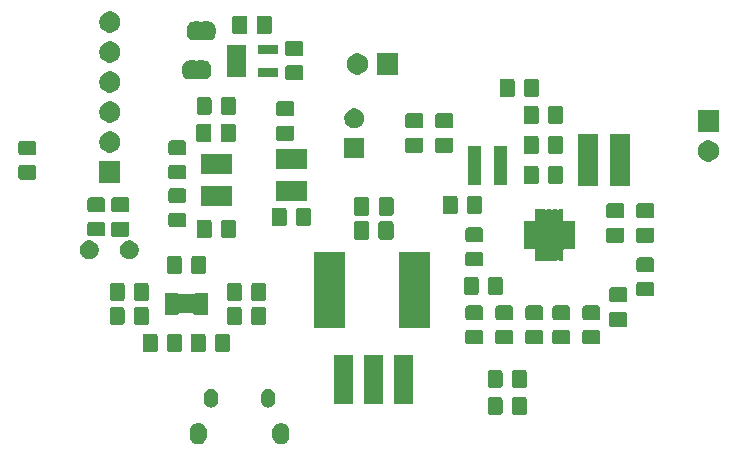
<source format=gbs>
G04 #@! TF.GenerationSoftware,KiCad,Pcbnew,(5.1.6)-1*
G04 #@! TF.CreationDate,2020-11-24T18:08:20+01:00*
G04 #@! TF.ProjectId,Power_module_v1,506f7765-725f-46d6-9f64-756c655f7631,rev?*
G04 #@! TF.SameCoordinates,Original*
G04 #@! TF.FileFunction,Soldermask,Bot*
G04 #@! TF.FilePolarity,Negative*
%FSLAX46Y46*%
G04 Gerber Fmt 4.6, Leading zero omitted, Abs format (unit mm)*
G04 Created by KiCad (PCBNEW (5.1.6)-1) date 2020-11-24 18:08:20*
%MOMM*%
%LPD*%
G01*
G04 APERTURE LIST*
%ADD10C,0.150000*%
G04 APERTURE END LIST*
D10*
G36*
X107831220Y-105586245D02*
G01*
X107968071Y-105627759D01*
X107968074Y-105627760D01*
X108094193Y-105695172D01*
X108204743Y-105785898D01*
X108295468Y-105896446D01*
X108362880Y-106022565D01*
X108362880Y-106022566D01*
X108362881Y-106022568D01*
X108404395Y-106159419D01*
X108414900Y-106266081D01*
X108414900Y-106687398D01*
X108404395Y-106794060D01*
X108373683Y-106895304D01*
X108362880Y-106930916D01*
X108295468Y-107057034D01*
X108204743Y-107167583D01*
X108094194Y-107258308D01*
X107968075Y-107325720D01*
X107968072Y-107325721D01*
X107831221Y-107367235D01*
X107688900Y-107381252D01*
X107546580Y-107367235D01*
X107409729Y-107325721D01*
X107409726Y-107325720D01*
X107283607Y-107258308D01*
X107173058Y-107167583D01*
X107082332Y-107057034D01*
X107014920Y-106930915D01*
X107014919Y-106930912D01*
X106973405Y-106794061D01*
X106962900Y-106687399D01*
X106962900Y-106266082D01*
X106973405Y-106159420D01*
X107014919Y-106022569D01*
X107014920Y-106022566D01*
X107082332Y-105896447D01*
X107173058Y-105785897D01*
X107283606Y-105695172D01*
X107409725Y-105627760D01*
X107409728Y-105627759D01*
X107546579Y-105586245D01*
X107688900Y-105572228D01*
X107831220Y-105586245D01*
G37*
G36*
X114831220Y-105586245D02*
G01*
X114968071Y-105627759D01*
X114968074Y-105627760D01*
X115094193Y-105695172D01*
X115204743Y-105785898D01*
X115295468Y-105896446D01*
X115362880Y-106022565D01*
X115362880Y-106022566D01*
X115362881Y-106022568D01*
X115404395Y-106159419D01*
X115414900Y-106266081D01*
X115414900Y-106687398D01*
X115404395Y-106794060D01*
X115373683Y-106895304D01*
X115362880Y-106930916D01*
X115295468Y-107057034D01*
X115204743Y-107167583D01*
X115094194Y-107258308D01*
X114968075Y-107325720D01*
X114968072Y-107325721D01*
X114831221Y-107367235D01*
X114688900Y-107381252D01*
X114546580Y-107367235D01*
X114409729Y-107325721D01*
X114409726Y-107325720D01*
X114283607Y-107258308D01*
X114173058Y-107167583D01*
X114082332Y-107057034D01*
X114014920Y-106930915D01*
X114014919Y-106930912D01*
X113973405Y-106794061D01*
X113962900Y-106687399D01*
X113962900Y-106266082D01*
X113973405Y-106159420D01*
X114014919Y-106022569D01*
X114014920Y-106022566D01*
X114082332Y-105896447D01*
X114173058Y-105785897D01*
X114283606Y-105695172D01*
X114409725Y-105627760D01*
X114409728Y-105627759D01*
X114546579Y-105586245D01*
X114688900Y-105572228D01*
X114831220Y-105586245D01*
G37*
G36*
X133287674Y-103393465D02*
G01*
X133325367Y-103404899D01*
X133360103Y-103423466D01*
X133390548Y-103448452D01*
X133415534Y-103478897D01*
X133434101Y-103513633D01*
X133445535Y-103551326D01*
X133450000Y-103596661D01*
X133450000Y-104683339D01*
X133445535Y-104728674D01*
X133434101Y-104766367D01*
X133415534Y-104801103D01*
X133390548Y-104831548D01*
X133360103Y-104856534D01*
X133325367Y-104875101D01*
X133287674Y-104886535D01*
X133242339Y-104891000D01*
X132405661Y-104891000D01*
X132360326Y-104886535D01*
X132322633Y-104875101D01*
X132287897Y-104856534D01*
X132257452Y-104831548D01*
X132232466Y-104801103D01*
X132213899Y-104766367D01*
X132202465Y-104728674D01*
X132198000Y-104683339D01*
X132198000Y-103596661D01*
X132202465Y-103551326D01*
X132213899Y-103513633D01*
X132232466Y-103478897D01*
X132257452Y-103448452D01*
X132287897Y-103423466D01*
X132322633Y-103404899D01*
X132360326Y-103393465D01*
X132405661Y-103389000D01*
X133242339Y-103389000D01*
X133287674Y-103393465D01*
G37*
G36*
X135337674Y-103393465D02*
G01*
X135375367Y-103404899D01*
X135410103Y-103423466D01*
X135440548Y-103448452D01*
X135465534Y-103478897D01*
X135484101Y-103513633D01*
X135495535Y-103551326D01*
X135500000Y-103596661D01*
X135500000Y-104683339D01*
X135495535Y-104728674D01*
X135484101Y-104766367D01*
X135465534Y-104801103D01*
X135440548Y-104831548D01*
X135410103Y-104856534D01*
X135375367Y-104875101D01*
X135337674Y-104886535D01*
X135292339Y-104891000D01*
X134455661Y-104891000D01*
X134410326Y-104886535D01*
X134372633Y-104875101D01*
X134337897Y-104856534D01*
X134307452Y-104831548D01*
X134282466Y-104801103D01*
X134263899Y-104766367D01*
X134252465Y-104728674D01*
X134248000Y-104683339D01*
X134248000Y-103596661D01*
X134252465Y-103551326D01*
X134263899Y-103513633D01*
X134282466Y-103478897D01*
X134307452Y-103448452D01*
X134337897Y-103423466D01*
X134372633Y-103404899D01*
X134410326Y-103393465D01*
X134455661Y-103389000D01*
X135292339Y-103389000D01*
X135337674Y-103393465D01*
G37*
G36*
X113726717Y-102684436D02*
G01*
X113840004Y-102718802D01*
X113944411Y-102774609D01*
X113944413Y-102774610D01*
X113944412Y-102774610D01*
X114035927Y-102849713D01*
X114099611Y-102927312D01*
X114111031Y-102941228D01*
X114166838Y-103045635D01*
X114201204Y-103158922D01*
X114209900Y-103247221D01*
X114209900Y-103706258D01*
X114201204Y-103794558D01*
X114166838Y-103907845D01*
X114111031Y-104012252D01*
X114035927Y-104103767D01*
X113944412Y-104178871D01*
X113840005Y-104234678D01*
X113726718Y-104269044D01*
X113608900Y-104280647D01*
X113491083Y-104269044D01*
X113377796Y-104234678D01*
X113273389Y-104178871D01*
X113181874Y-104103767D01*
X113106769Y-104012252D01*
X113050962Y-103907845D01*
X113016596Y-103794558D01*
X113007900Y-103706259D01*
X113007900Y-103247222D01*
X113016596Y-103158923D01*
X113050962Y-103045636D01*
X113106769Y-102941229D01*
X113120238Y-102924817D01*
X113181873Y-102849713D01*
X113273387Y-102774610D01*
X113273386Y-102774610D01*
X113273388Y-102774609D01*
X113377795Y-102718802D01*
X113491082Y-102684436D01*
X113608900Y-102672833D01*
X113726717Y-102684436D01*
G37*
G36*
X108886717Y-102684436D02*
G01*
X109000004Y-102718802D01*
X109104411Y-102774609D01*
X109104413Y-102774610D01*
X109104412Y-102774610D01*
X109195927Y-102849713D01*
X109259611Y-102927312D01*
X109271031Y-102941228D01*
X109326838Y-103045635D01*
X109361204Y-103158922D01*
X109369900Y-103247221D01*
X109369900Y-103706258D01*
X109361204Y-103794558D01*
X109326838Y-103907845D01*
X109271031Y-104012252D01*
X109195927Y-104103767D01*
X109104412Y-104178871D01*
X109000005Y-104234678D01*
X108886718Y-104269044D01*
X108768900Y-104280647D01*
X108651083Y-104269044D01*
X108537796Y-104234678D01*
X108433389Y-104178871D01*
X108341874Y-104103767D01*
X108266769Y-104012252D01*
X108210962Y-103907845D01*
X108176596Y-103794558D01*
X108167900Y-103706259D01*
X108167900Y-103247222D01*
X108176596Y-103158923D01*
X108210962Y-103045636D01*
X108266769Y-102941229D01*
X108280238Y-102924817D01*
X108341873Y-102849713D01*
X108433387Y-102774610D01*
X108433386Y-102774610D01*
X108433388Y-102774609D01*
X108537795Y-102718802D01*
X108651082Y-102684436D01*
X108768900Y-102672833D01*
X108886717Y-102684436D01*
G37*
G36*
X123322280Y-103963420D02*
G01*
X121696280Y-103963420D01*
X121696280Y-99861420D01*
X123322280Y-99861420D01*
X123322280Y-103963420D01*
G37*
G36*
X125862280Y-103963420D02*
G01*
X124236280Y-103963420D01*
X124236280Y-99861420D01*
X125862280Y-99861420D01*
X125862280Y-103963420D01*
G37*
G36*
X120782280Y-103963420D02*
G01*
X119156280Y-103963420D01*
X119156280Y-99861420D01*
X120782280Y-99861420D01*
X120782280Y-103963420D01*
G37*
G36*
X133287674Y-101107465D02*
G01*
X133325367Y-101118899D01*
X133360103Y-101137466D01*
X133390548Y-101162452D01*
X133415534Y-101192897D01*
X133434101Y-101227633D01*
X133445535Y-101265326D01*
X133450000Y-101310661D01*
X133450000Y-102397339D01*
X133445535Y-102442674D01*
X133434101Y-102480367D01*
X133415534Y-102515103D01*
X133390548Y-102545548D01*
X133360103Y-102570534D01*
X133325367Y-102589101D01*
X133287674Y-102600535D01*
X133242339Y-102605000D01*
X132405661Y-102605000D01*
X132360326Y-102600535D01*
X132322633Y-102589101D01*
X132287897Y-102570534D01*
X132257452Y-102545548D01*
X132232466Y-102515103D01*
X132213899Y-102480367D01*
X132202465Y-102442674D01*
X132198000Y-102397339D01*
X132198000Y-101310661D01*
X132202465Y-101265326D01*
X132213899Y-101227633D01*
X132232466Y-101192897D01*
X132257452Y-101162452D01*
X132287897Y-101137466D01*
X132322633Y-101118899D01*
X132360326Y-101107465D01*
X132405661Y-101103000D01*
X133242339Y-101103000D01*
X133287674Y-101107465D01*
G37*
G36*
X135337674Y-101107465D02*
G01*
X135375367Y-101118899D01*
X135410103Y-101137466D01*
X135440548Y-101162452D01*
X135465534Y-101192897D01*
X135484101Y-101227633D01*
X135495535Y-101265326D01*
X135500000Y-101310661D01*
X135500000Y-102397339D01*
X135495535Y-102442674D01*
X135484101Y-102480367D01*
X135465534Y-102515103D01*
X135440548Y-102545548D01*
X135410103Y-102570534D01*
X135375367Y-102589101D01*
X135337674Y-102600535D01*
X135292339Y-102605000D01*
X134455661Y-102605000D01*
X134410326Y-102600535D01*
X134372633Y-102589101D01*
X134337897Y-102570534D01*
X134307452Y-102545548D01*
X134282466Y-102515103D01*
X134263899Y-102480367D01*
X134252465Y-102442674D01*
X134248000Y-102397339D01*
X134248000Y-101310661D01*
X134252465Y-101265326D01*
X134263899Y-101227633D01*
X134282466Y-101192897D01*
X134307452Y-101162452D01*
X134337897Y-101137466D01*
X134372633Y-101118899D01*
X134410326Y-101107465D01*
X134455661Y-101103000D01*
X135292339Y-101103000D01*
X135337674Y-101107465D01*
G37*
G36*
X104087983Y-98034434D02*
G01*
X104125372Y-98045776D01*
X104159826Y-98064191D01*
X104190025Y-98088975D01*
X104214809Y-98119174D01*
X104233224Y-98153628D01*
X104244566Y-98191017D01*
X104249000Y-98236035D01*
X104249000Y-99375965D01*
X104244566Y-99420983D01*
X104233224Y-99458372D01*
X104214809Y-99492826D01*
X104190025Y-99523025D01*
X104159826Y-99547809D01*
X104125372Y-99566224D01*
X104087983Y-99577566D01*
X104042965Y-99582000D01*
X103178035Y-99582000D01*
X103133017Y-99577566D01*
X103095628Y-99566224D01*
X103061174Y-99547809D01*
X103030975Y-99523025D01*
X103006191Y-99492826D01*
X102987776Y-99458372D01*
X102976434Y-99420983D01*
X102972000Y-99375965D01*
X102972000Y-98236035D01*
X102976434Y-98191017D01*
X102987776Y-98153628D01*
X103006191Y-98119174D01*
X103030975Y-98088975D01*
X103061174Y-98064191D01*
X103095628Y-98045776D01*
X103133017Y-98034434D01*
X103178035Y-98030000D01*
X104042965Y-98030000D01*
X104087983Y-98034434D01*
G37*
G36*
X110226983Y-98034434D02*
G01*
X110264372Y-98045776D01*
X110298826Y-98064191D01*
X110329025Y-98088975D01*
X110353809Y-98119174D01*
X110372224Y-98153628D01*
X110383566Y-98191017D01*
X110388000Y-98236035D01*
X110388000Y-99375965D01*
X110383566Y-99420983D01*
X110372224Y-99458372D01*
X110353809Y-99492826D01*
X110329025Y-99523025D01*
X110298826Y-99547809D01*
X110264372Y-99566224D01*
X110226983Y-99577566D01*
X110181965Y-99582000D01*
X109317035Y-99582000D01*
X109272017Y-99577566D01*
X109234628Y-99566224D01*
X109200174Y-99547809D01*
X109169975Y-99523025D01*
X109145191Y-99492826D01*
X109126776Y-99458372D01*
X109115434Y-99420983D01*
X109111000Y-99375965D01*
X109111000Y-98236035D01*
X109115434Y-98191017D01*
X109126776Y-98153628D01*
X109145191Y-98119174D01*
X109169975Y-98088975D01*
X109200174Y-98064191D01*
X109234628Y-98045776D01*
X109272017Y-98034434D01*
X109317035Y-98030000D01*
X110181965Y-98030000D01*
X110226983Y-98034434D01*
G37*
G36*
X108151983Y-98034434D02*
G01*
X108189372Y-98045776D01*
X108223826Y-98064191D01*
X108254025Y-98088975D01*
X108278809Y-98119174D01*
X108297224Y-98153628D01*
X108308566Y-98191017D01*
X108313000Y-98236035D01*
X108313000Y-99375965D01*
X108308566Y-99420983D01*
X108297224Y-99458372D01*
X108278809Y-99492826D01*
X108254025Y-99523025D01*
X108223826Y-99547809D01*
X108189372Y-99566224D01*
X108151983Y-99577566D01*
X108106965Y-99582000D01*
X107242035Y-99582000D01*
X107197017Y-99577566D01*
X107159628Y-99566224D01*
X107125174Y-99547809D01*
X107094975Y-99523025D01*
X107070191Y-99492826D01*
X107051776Y-99458372D01*
X107040434Y-99420983D01*
X107036000Y-99375965D01*
X107036000Y-98236035D01*
X107040434Y-98191017D01*
X107051776Y-98153628D01*
X107070191Y-98119174D01*
X107094975Y-98088975D01*
X107125174Y-98064191D01*
X107159628Y-98045776D01*
X107197017Y-98034434D01*
X107242035Y-98030000D01*
X108106965Y-98030000D01*
X108151983Y-98034434D01*
G37*
G36*
X106162983Y-98034434D02*
G01*
X106200372Y-98045776D01*
X106234826Y-98064191D01*
X106265025Y-98088975D01*
X106289809Y-98119174D01*
X106308224Y-98153628D01*
X106319566Y-98191017D01*
X106324000Y-98236035D01*
X106324000Y-99375965D01*
X106319566Y-99420983D01*
X106308224Y-99458372D01*
X106289809Y-99492826D01*
X106265025Y-99523025D01*
X106234826Y-99547809D01*
X106200372Y-99566224D01*
X106162983Y-99577566D01*
X106117965Y-99582000D01*
X105253035Y-99582000D01*
X105208017Y-99577566D01*
X105170628Y-99566224D01*
X105136174Y-99547809D01*
X105105975Y-99523025D01*
X105081191Y-99492826D01*
X105062776Y-99458372D01*
X105051434Y-99420983D01*
X105047000Y-99375965D01*
X105047000Y-98236035D01*
X105051434Y-98191017D01*
X105062776Y-98153628D01*
X105081191Y-98119174D01*
X105105975Y-98088975D01*
X105136174Y-98064191D01*
X105170628Y-98045776D01*
X105208017Y-98034434D01*
X105253035Y-98030000D01*
X106117965Y-98030000D01*
X106162983Y-98034434D01*
G37*
G36*
X139018674Y-97685465D02*
G01*
X139056367Y-97696899D01*
X139091103Y-97715466D01*
X139121548Y-97740452D01*
X139146534Y-97770897D01*
X139165101Y-97805633D01*
X139176535Y-97843326D01*
X139181000Y-97888661D01*
X139181000Y-98725339D01*
X139176535Y-98770674D01*
X139165101Y-98808367D01*
X139146534Y-98843103D01*
X139121548Y-98873548D01*
X139091103Y-98898534D01*
X139056367Y-98917101D01*
X139018674Y-98928535D01*
X138973339Y-98933000D01*
X137886661Y-98933000D01*
X137841326Y-98928535D01*
X137803633Y-98917101D01*
X137768897Y-98898534D01*
X137738452Y-98873548D01*
X137713466Y-98843103D01*
X137694899Y-98808367D01*
X137683465Y-98770674D01*
X137679000Y-98725339D01*
X137679000Y-97888661D01*
X137683465Y-97843326D01*
X137694899Y-97805633D01*
X137713466Y-97770897D01*
X137738452Y-97740452D01*
X137768897Y-97715466D01*
X137803633Y-97696899D01*
X137841326Y-97685465D01*
X137886661Y-97681000D01*
X138973339Y-97681000D01*
X139018674Y-97685465D01*
G37*
G36*
X134192674Y-97685465D02*
G01*
X134230367Y-97696899D01*
X134265103Y-97715466D01*
X134295548Y-97740452D01*
X134320534Y-97770897D01*
X134339101Y-97805633D01*
X134350535Y-97843326D01*
X134355000Y-97888661D01*
X134355000Y-98725339D01*
X134350535Y-98770674D01*
X134339101Y-98808367D01*
X134320534Y-98843103D01*
X134295548Y-98873548D01*
X134265103Y-98898534D01*
X134230367Y-98917101D01*
X134192674Y-98928535D01*
X134147339Y-98933000D01*
X133060661Y-98933000D01*
X133015326Y-98928535D01*
X132977633Y-98917101D01*
X132942897Y-98898534D01*
X132912452Y-98873548D01*
X132887466Y-98843103D01*
X132868899Y-98808367D01*
X132857465Y-98770674D01*
X132853000Y-98725339D01*
X132853000Y-97888661D01*
X132857465Y-97843326D01*
X132868899Y-97805633D01*
X132887466Y-97770897D01*
X132912452Y-97740452D01*
X132942897Y-97715466D01*
X132977633Y-97696899D01*
X133015326Y-97685465D01*
X133060661Y-97681000D01*
X134147339Y-97681000D01*
X134192674Y-97685465D01*
G37*
G36*
X131652674Y-97685465D02*
G01*
X131690367Y-97696899D01*
X131725103Y-97715466D01*
X131755548Y-97740452D01*
X131780534Y-97770897D01*
X131799101Y-97805633D01*
X131810535Y-97843326D01*
X131815000Y-97888661D01*
X131815000Y-98725339D01*
X131810535Y-98770674D01*
X131799101Y-98808367D01*
X131780534Y-98843103D01*
X131755548Y-98873548D01*
X131725103Y-98898534D01*
X131690367Y-98917101D01*
X131652674Y-98928535D01*
X131607339Y-98933000D01*
X130520661Y-98933000D01*
X130475326Y-98928535D01*
X130437633Y-98917101D01*
X130402897Y-98898534D01*
X130372452Y-98873548D01*
X130347466Y-98843103D01*
X130328899Y-98808367D01*
X130317465Y-98770674D01*
X130313000Y-98725339D01*
X130313000Y-97888661D01*
X130317465Y-97843326D01*
X130328899Y-97805633D01*
X130347466Y-97770897D01*
X130372452Y-97740452D01*
X130402897Y-97715466D01*
X130437633Y-97696899D01*
X130475326Y-97685465D01*
X130520661Y-97681000D01*
X131607339Y-97681000D01*
X131652674Y-97685465D01*
G37*
G36*
X141558674Y-97685465D02*
G01*
X141596367Y-97696899D01*
X141631103Y-97715466D01*
X141661548Y-97740452D01*
X141686534Y-97770897D01*
X141705101Y-97805633D01*
X141716535Y-97843326D01*
X141721000Y-97888661D01*
X141721000Y-98725339D01*
X141716535Y-98770674D01*
X141705101Y-98808367D01*
X141686534Y-98843103D01*
X141661548Y-98873548D01*
X141631103Y-98898534D01*
X141596367Y-98917101D01*
X141558674Y-98928535D01*
X141513339Y-98933000D01*
X140426661Y-98933000D01*
X140381326Y-98928535D01*
X140343633Y-98917101D01*
X140308897Y-98898534D01*
X140278452Y-98873548D01*
X140253466Y-98843103D01*
X140234899Y-98808367D01*
X140223465Y-98770674D01*
X140219000Y-98725339D01*
X140219000Y-97888661D01*
X140223465Y-97843326D01*
X140234899Y-97805633D01*
X140253466Y-97770897D01*
X140278452Y-97740452D01*
X140308897Y-97715466D01*
X140343633Y-97696899D01*
X140381326Y-97685465D01*
X140426661Y-97681000D01*
X141513339Y-97681000D01*
X141558674Y-97685465D01*
G37*
G36*
X136732674Y-97685465D02*
G01*
X136770367Y-97696899D01*
X136805103Y-97715466D01*
X136835548Y-97740452D01*
X136860534Y-97770897D01*
X136879101Y-97805633D01*
X136890535Y-97843326D01*
X136895000Y-97888661D01*
X136895000Y-98725339D01*
X136890535Y-98770674D01*
X136879101Y-98808367D01*
X136860534Y-98843103D01*
X136835548Y-98873548D01*
X136805103Y-98898534D01*
X136770367Y-98917101D01*
X136732674Y-98928535D01*
X136687339Y-98933000D01*
X135600661Y-98933000D01*
X135555326Y-98928535D01*
X135517633Y-98917101D01*
X135482897Y-98898534D01*
X135452452Y-98873548D01*
X135427466Y-98843103D01*
X135408899Y-98808367D01*
X135397465Y-98770674D01*
X135393000Y-98725339D01*
X135393000Y-97888661D01*
X135397465Y-97843326D01*
X135408899Y-97805633D01*
X135427466Y-97770897D01*
X135452452Y-97740452D01*
X135482897Y-97715466D01*
X135517633Y-97696899D01*
X135555326Y-97685465D01*
X135600661Y-97681000D01*
X136687339Y-97681000D01*
X136732674Y-97685465D01*
G37*
G36*
X127285000Y-97506000D02*
G01*
X124683000Y-97506000D01*
X124683000Y-91104000D01*
X127285000Y-91104000D01*
X127285000Y-97506000D01*
G37*
G36*
X120085000Y-97506000D02*
G01*
X117483000Y-97506000D01*
X117483000Y-91104000D01*
X120085000Y-91104000D01*
X120085000Y-97506000D01*
G37*
G36*
X143870983Y-96182934D02*
G01*
X143908372Y-96194276D01*
X143942826Y-96212691D01*
X143973025Y-96237475D01*
X143997809Y-96267674D01*
X144016224Y-96302128D01*
X144027566Y-96339517D01*
X144032000Y-96384535D01*
X144032000Y-97249465D01*
X144027566Y-97294483D01*
X144016224Y-97331872D01*
X143997809Y-97366326D01*
X143973025Y-97396525D01*
X143942826Y-97421309D01*
X143908372Y-97439724D01*
X143870983Y-97451066D01*
X143825965Y-97455500D01*
X142686035Y-97455500D01*
X142641017Y-97451066D01*
X142603628Y-97439724D01*
X142569174Y-97421309D01*
X142538975Y-97396525D01*
X142514191Y-97366326D01*
X142495776Y-97331872D01*
X142484434Y-97294483D01*
X142480000Y-97249465D01*
X142480000Y-96384535D01*
X142484434Y-96339517D01*
X142495776Y-96302128D01*
X142514191Y-96267674D01*
X142538975Y-96237475D01*
X142569174Y-96212691D01*
X142603628Y-96194276D01*
X142641017Y-96182934D01*
X142686035Y-96178500D01*
X143825965Y-96178500D01*
X143870983Y-96182934D01*
G37*
G36*
X101283674Y-95773465D02*
G01*
X101321367Y-95784899D01*
X101356103Y-95803466D01*
X101386548Y-95828452D01*
X101411534Y-95858897D01*
X101430101Y-95893633D01*
X101441535Y-95931326D01*
X101446000Y-95976661D01*
X101446000Y-97063339D01*
X101441535Y-97108674D01*
X101430101Y-97146367D01*
X101411534Y-97181103D01*
X101386548Y-97211548D01*
X101356103Y-97236534D01*
X101321367Y-97255101D01*
X101283674Y-97266535D01*
X101238339Y-97271000D01*
X100401661Y-97271000D01*
X100356326Y-97266535D01*
X100318633Y-97255101D01*
X100283897Y-97236534D01*
X100253452Y-97211548D01*
X100228466Y-97181103D01*
X100209899Y-97146367D01*
X100198465Y-97108674D01*
X100194000Y-97063339D01*
X100194000Y-95976661D01*
X100198465Y-95931326D01*
X100209899Y-95893633D01*
X100228466Y-95858897D01*
X100253452Y-95828452D01*
X100283897Y-95803466D01*
X100318633Y-95784899D01*
X100356326Y-95773465D01*
X100401661Y-95769000D01*
X101238339Y-95769000D01*
X101283674Y-95773465D01*
G37*
G36*
X113257674Y-95773465D02*
G01*
X113295367Y-95784899D01*
X113330103Y-95803466D01*
X113360548Y-95828452D01*
X113385534Y-95858897D01*
X113404101Y-95893633D01*
X113415535Y-95931326D01*
X113420000Y-95976661D01*
X113420000Y-97063339D01*
X113415535Y-97108674D01*
X113404101Y-97146367D01*
X113385534Y-97181103D01*
X113360548Y-97211548D01*
X113330103Y-97236534D01*
X113295367Y-97255101D01*
X113257674Y-97266535D01*
X113212339Y-97271000D01*
X112375661Y-97271000D01*
X112330326Y-97266535D01*
X112292633Y-97255101D01*
X112257897Y-97236534D01*
X112227452Y-97211548D01*
X112202466Y-97181103D01*
X112183899Y-97146367D01*
X112172465Y-97108674D01*
X112168000Y-97063339D01*
X112168000Y-95976661D01*
X112172465Y-95931326D01*
X112183899Y-95893633D01*
X112202466Y-95858897D01*
X112227452Y-95828452D01*
X112257897Y-95803466D01*
X112292633Y-95784899D01*
X112330326Y-95773465D01*
X112375661Y-95769000D01*
X113212339Y-95769000D01*
X113257674Y-95773465D01*
G37*
G36*
X111207674Y-95773465D02*
G01*
X111245367Y-95784899D01*
X111280103Y-95803466D01*
X111310548Y-95828452D01*
X111335534Y-95858897D01*
X111354101Y-95893633D01*
X111365535Y-95931326D01*
X111370000Y-95976661D01*
X111370000Y-97063339D01*
X111365535Y-97108674D01*
X111354101Y-97146367D01*
X111335534Y-97181103D01*
X111310548Y-97211548D01*
X111280103Y-97236534D01*
X111245367Y-97255101D01*
X111207674Y-97266535D01*
X111162339Y-97271000D01*
X110325661Y-97271000D01*
X110280326Y-97266535D01*
X110242633Y-97255101D01*
X110207897Y-97236534D01*
X110177452Y-97211548D01*
X110152466Y-97181103D01*
X110133899Y-97146367D01*
X110122465Y-97108674D01*
X110118000Y-97063339D01*
X110118000Y-95976661D01*
X110122465Y-95931326D01*
X110133899Y-95893633D01*
X110152466Y-95858897D01*
X110177452Y-95828452D01*
X110207897Y-95803466D01*
X110242633Y-95784899D01*
X110280326Y-95773465D01*
X110325661Y-95769000D01*
X111162339Y-95769000D01*
X111207674Y-95773465D01*
G37*
G36*
X103333674Y-95773465D02*
G01*
X103371367Y-95784899D01*
X103406103Y-95803466D01*
X103436548Y-95828452D01*
X103461534Y-95858897D01*
X103480101Y-95893633D01*
X103491535Y-95931326D01*
X103496000Y-95976661D01*
X103496000Y-97063339D01*
X103491535Y-97108674D01*
X103480101Y-97146367D01*
X103461534Y-97181103D01*
X103436548Y-97211548D01*
X103406103Y-97236534D01*
X103371367Y-97255101D01*
X103333674Y-97266535D01*
X103288339Y-97271000D01*
X102451661Y-97271000D01*
X102406326Y-97266535D01*
X102368633Y-97255101D01*
X102333897Y-97236534D01*
X102303452Y-97211548D01*
X102278466Y-97181103D01*
X102259899Y-97146367D01*
X102248465Y-97108674D01*
X102244000Y-97063339D01*
X102244000Y-95976661D01*
X102248465Y-95931326D01*
X102259899Y-95893633D01*
X102278466Y-95858897D01*
X102303452Y-95828452D01*
X102333897Y-95803466D01*
X102368633Y-95784899D01*
X102406326Y-95773465D01*
X102451661Y-95769000D01*
X103288339Y-95769000D01*
X103333674Y-95773465D01*
G37*
G36*
X139018674Y-95635465D02*
G01*
X139056367Y-95646899D01*
X139091103Y-95665466D01*
X139121548Y-95690452D01*
X139146534Y-95720897D01*
X139165101Y-95755633D01*
X139176535Y-95793326D01*
X139181000Y-95838661D01*
X139181000Y-96675339D01*
X139176535Y-96720674D01*
X139165101Y-96758367D01*
X139146534Y-96793103D01*
X139121548Y-96823548D01*
X139091103Y-96848534D01*
X139056367Y-96867101D01*
X139018674Y-96878535D01*
X138973339Y-96883000D01*
X137886661Y-96883000D01*
X137841326Y-96878535D01*
X137803633Y-96867101D01*
X137768897Y-96848534D01*
X137738452Y-96823548D01*
X137713466Y-96793103D01*
X137694899Y-96758367D01*
X137683465Y-96720674D01*
X137679000Y-96675339D01*
X137679000Y-95838661D01*
X137683465Y-95793326D01*
X137694899Y-95755633D01*
X137713466Y-95720897D01*
X137738452Y-95690452D01*
X137768897Y-95665466D01*
X137803633Y-95646899D01*
X137841326Y-95635465D01*
X137886661Y-95631000D01*
X138973339Y-95631000D01*
X139018674Y-95635465D01*
G37*
G36*
X141558674Y-95635465D02*
G01*
X141596367Y-95646899D01*
X141631103Y-95665466D01*
X141661548Y-95690452D01*
X141686534Y-95720897D01*
X141705101Y-95755633D01*
X141716535Y-95793326D01*
X141721000Y-95838661D01*
X141721000Y-96675339D01*
X141716535Y-96720674D01*
X141705101Y-96758367D01*
X141686534Y-96793103D01*
X141661548Y-96823548D01*
X141631103Y-96848534D01*
X141596367Y-96867101D01*
X141558674Y-96878535D01*
X141513339Y-96883000D01*
X140426661Y-96883000D01*
X140381326Y-96878535D01*
X140343633Y-96867101D01*
X140308897Y-96848534D01*
X140278452Y-96823548D01*
X140253466Y-96793103D01*
X140234899Y-96758367D01*
X140223465Y-96720674D01*
X140219000Y-96675339D01*
X140219000Y-95838661D01*
X140223465Y-95793326D01*
X140234899Y-95755633D01*
X140253466Y-95720897D01*
X140278452Y-95690452D01*
X140308897Y-95665466D01*
X140343633Y-95646899D01*
X140381326Y-95635465D01*
X140426661Y-95631000D01*
X141513339Y-95631000D01*
X141558674Y-95635465D01*
G37*
G36*
X131652674Y-95635465D02*
G01*
X131690367Y-95646899D01*
X131725103Y-95665466D01*
X131755548Y-95690452D01*
X131780534Y-95720897D01*
X131799101Y-95755633D01*
X131810535Y-95793326D01*
X131815000Y-95838661D01*
X131815000Y-96675339D01*
X131810535Y-96720674D01*
X131799101Y-96758367D01*
X131780534Y-96793103D01*
X131755548Y-96823548D01*
X131725103Y-96848534D01*
X131690367Y-96867101D01*
X131652674Y-96878535D01*
X131607339Y-96883000D01*
X130520661Y-96883000D01*
X130475326Y-96878535D01*
X130437633Y-96867101D01*
X130402897Y-96848534D01*
X130372452Y-96823548D01*
X130347466Y-96793103D01*
X130328899Y-96758367D01*
X130317465Y-96720674D01*
X130313000Y-96675339D01*
X130313000Y-95838661D01*
X130317465Y-95793326D01*
X130328899Y-95755633D01*
X130347466Y-95720897D01*
X130372452Y-95690452D01*
X130402897Y-95665466D01*
X130437633Y-95646899D01*
X130475326Y-95635465D01*
X130520661Y-95631000D01*
X131607339Y-95631000D01*
X131652674Y-95635465D01*
G37*
G36*
X134192674Y-95635465D02*
G01*
X134230367Y-95646899D01*
X134265103Y-95665466D01*
X134295548Y-95690452D01*
X134320534Y-95720897D01*
X134339101Y-95755633D01*
X134350535Y-95793326D01*
X134355000Y-95838661D01*
X134355000Y-96675339D01*
X134350535Y-96720674D01*
X134339101Y-96758367D01*
X134320534Y-96793103D01*
X134295548Y-96823548D01*
X134265103Y-96848534D01*
X134230367Y-96867101D01*
X134192674Y-96878535D01*
X134147339Y-96883000D01*
X133060661Y-96883000D01*
X133015326Y-96878535D01*
X132977633Y-96867101D01*
X132942897Y-96848534D01*
X132912452Y-96823548D01*
X132887466Y-96793103D01*
X132868899Y-96758367D01*
X132857465Y-96720674D01*
X132853000Y-96675339D01*
X132853000Y-95838661D01*
X132857465Y-95793326D01*
X132868899Y-95755633D01*
X132887466Y-95720897D01*
X132912452Y-95690452D01*
X132942897Y-95665466D01*
X132977633Y-95646899D01*
X133015326Y-95635465D01*
X133060661Y-95631000D01*
X134147339Y-95631000D01*
X134192674Y-95635465D01*
G37*
G36*
X136732674Y-95635465D02*
G01*
X136770367Y-95646899D01*
X136805103Y-95665466D01*
X136835548Y-95690452D01*
X136860534Y-95720897D01*
X136879101Y-95755633D01*
X136890535Y-95793326D01*
X136895000Y-95838661D01*
X136895000Y-96675339D01*
X136890535Y-96720674D01*
X136879101Y-96758367D01*
X136860534Y-96793103D01*
X136835548Y-96823548D01*
X136805103Y-96848534D01*
X136770367Y-96867101D01*
X136732674Y-96878535D01*
X136687339Y-96883000D01*
X135600661Y-96883000D01*
X135555326Y-96878535D01*
X135517633Y-96867101D01*
X135482897Y-96848534D01*
X135452452Y-96823548D01*
X135427466Y-96793103D01*
X135408899Y-96758367D01*
X135397465Y-96720674D01*
X135393000Y-96675339D01*
X135393000Y-95838661D01*
X135397465Y-95793326D01*
X135408899Y-95755633D01*
X135427466Y-95720897D01*
X135452452Y-95690452D01*
X135482897Y-95665466D01*
X135517633Y-95646899D01*
X135555326Y-95635465D01*
X135600661Y-95631000D01*
X136687339Y-95631000D01*
X136732674Y-95635465D01*
G37*
G36*
X105981000Y-94578001D02*
G01*
X105983402Y-94602387D01*
X105990515Y-94625836D01*
X106002066Y-94647447D01*
X106017611Y-94666389D01*
X106036553Y-94681934D01*
X106058164Y-94693485D01*
X106081613Y-94700598D01*
X106105999Y-94703000D01*
X107254001Y-94703000D01*
X107278387Y-94700598D01*
X107301836Y-94693485D01*
X107323447Y-94681934D01*
X107342389Y-94666389D01*
X107357934Y-94647447D01*
X107369485Y-94625836D01*
X107376598Y-94602387D01*
X107379000Y-94578001D01*
X107379000Y-94553000D01*
X108481000Y-94553000D01*
X108481000Y-96455000D01*
X107379000Y-96455000D01*
X107379000Y-96429999D01*
X107376598Y-96405613D01*
X107369485Y-96382164D01*
X107357934Y-96360553D01*
X107342389Y-96341611D01*
X107323447Y-96326066D01*
X107301836Y-96314515D01*
X107278387Y-96307402D01*
X107254001Y-96305000D01*
X106105999Y-96305000D01*
X106081613Y-96307402D01*
X106058164Y-96314515D01*
X106036553Y-96326066D01*
X106017611Y-96341611D01*
X106002066Y-96360553D01*
X105990515Y-96382164D01*
X105983402Y-96405613D01*
X105981000Y-96429999D01*
X105981000Y-96455000D01*
X104879000Y-96455000D01*
X104879000Y-94553000D01*
X105981000Y-94553000D01*
X105981000Y-94578001D01*
G37*
G36*
X143870983Y-94107934D02*
G01*
X143908372Y-94119276D01*
X143942826Y-94137691D01*
X143973025Y-94162475D01*
X143997809Y-94192674D01*
X144016224Y-94227128D01*
X144027566Y-94264517D01*
X144032000Y-94309535D01*
X144032000Y-95174465D01*
X144027566Y-95219483D01*
X144016224Y-95256872D01*
X143997809Y-95291326D01*
X143973025Y-95321525D01*
X143942826Y-95346309D01*
X143908372Y-95364724D01*
X143870983Y-95376066D01*
X143825965Y-95380500D01*
X142686035Y-95380500D01*
X142641017Y-95376066D01*
X142603628Y-95364724D01*
X142569174Y-95346309D01*
X142538975Y-95321525D01*
X142514191Y-95291326D01*
X142495776Y-95256872D01*
X142484434Y-95219483D01*
X142480000Y-95174465D01*
X142480000Y-94309535D01*
X142484434Y-94264517D01*
X142495776Y-94227128D01*
X142514191Y-94192674D01*
X142538975Y-94162475D01*
X142569174Y-94137691D01*
X142603628Y-94119276D01*
X142641017Y-94107934D01*
X142686035Y-94103500D01*
X143825965Y-94103500D01*
X143870983Y-94107934D01*
G37*
G36*
X113257674Y-93741465D02*
G01*
X113295367Y-93752899D01*
X113330103Y-93771466D01*
X113360548Y-93796452D01*
X113385534Y-93826897D01*
X113404101Y-93861633D01*
X113415535Y-93899326D01*
X113420000Y-93944661D01*
X113420000Y-95031339D01*
X113415535Y-95076674D01*
X113404101Y-95114367D01*
X113385534Y-95149103D01*
X113360548Y-95179548D01*
X113330103Y-95204534D01*
X113295367Y-95223101D01*
X113257674Y-95234535D01*
X113212339Y-95239000D01*
X112375661Y-95239000D01*
X112330326Y-95234535D01*
X112292633Y-95223101D01*
X112257897Y-95204534D01*
X112227452Y-95179548D01*
X112202466Y-95149103D01*
X112183899Y-95114367D01*
X112172465Y-95076674D01*
X112168000Y-95031339D01*
X112168000Y-93944661D01*
X112172465Y-93899326D01*
X112183899Y-93861633D01*
X112202466Y-93826897D01*
X112227452Y-93796452D01*
X112257897Y-93771466D01*
X112292633Y-93752899D01*
X112330326Y-93741465D01*
X112375661Y-93737000D01*
X113212339Y-93737000D01*
X113257674Y-93741465D01*
G37*
G36*
X111207674Y-93741465D02*
G01*
X111245367Y-93752899D01*
X111280103Y-93771466D01*
X111310548Y-93796452D01*
X111335534Y-93826897D01*
X111354101Y-93861633D01*
X111365535Y-93899326D01*
X111370000Y-93944661D01*
X111370000Y-95031339D01*
X111365535Y-95076674D01*
X111354101Y-95114367D01*
X111335534Y-95149103D01*
X111310548Y-95179548D01*
X111280103Y-95204534D01*
X111245367Y-95223101D01*
X111207674Y-95234535D01*
X111162339Y-95239000D01*
X110325661Y-95239000D01*
X110280326Y-95234535D01*
X110242633Y-95223101D01*
X110207897Y-95204534D01*
X110177452Y-95179548D01*
X110152466Y-95149103D01*
X110133899Y-95114367D01*
X110122465Y-95076674D01*
X110118000Y-95031339D01*
X110118000Y-93944661D01*
X110122465Y-93899326D01*
X110133899Y-93861633D01*
X110152466Y-93826897D01*
X110177452Y-93796452D01*
X110207897Y-93771466D01*
X110242633Y-93752899D01*
X110280326Y-93741465D01*
X110325661Y-93737000D01*
X111162339Y-93737000D01*
X111207674Y-93741465D01*
G37*
G36*
X101292674Y-93741465D02*
G01*
X101330367Y-93752899D01*
X101365103Y-93771466D01*
X101395548Y-93796452D01*
X101420534Y-93826897D01*
X101439101Y-93861633D01*
X101450535Y-93899326D01*
X101455000Y-93944661D01*
X101455000Y-95031339D01*
X101450535Y-95076674D01*
X101439101Y-95114367D01*
X101420534Y-95149103D01*
X101395548Y-95179548D01*
X101365103Y-95204534D01*
X101330367Y-95223101D01*
X101292674Y-95234535D01*
X101247339Y-95239000D01*
X100410661Y-95239000D01*
X100365326Y-95234535D01*
X100327633Y-95223101D01*
X100292897Y-95204534D01*
X100262452Y-95179548D01*
X100237466Y-95149103D01*
X100218899Y-95114367D01*
X100207465Y-95076674D01*
X100203000Y-95031339D01*
X100203000Y-93944661D01*
X100207465Y-93899326D01*
X100218899Y-93861633D01*
X100237466Y-93826897D01*
X100262452Y-93796452D01*
X100292897Y-93771466D01*
X100327633Y-93752899D01*
X100365326Y-93741465D01*
X100410661Y-93737000D01*
X101247339Y-93737000D01*
X101292674Y-93741465D01*
G37*
G36*
X103342674Y-93741465D02*
G01*
X103380367Y-93752899D01*
X103415103Y-93771466D01*
X103445548Y-93796452D01*
X103470534Y-93826897D01*
X103489101Y-93861633D01*
X103500535Y-93899326D01*
X103505000Y-93944661D01*
X103505000Y-95031339D01*
X103500535Y-95076674D01*
X103489101Y-95114367D01*
X103470534Y-95149103D01*
X103445548Y-95179548D01*
X103415103Y-95204534D01*
X103380367Y-95223101D01*
X103342674Y-95234535D01*
X103297339Y-95239000D01*
X102460661Y-95239000D01*
X102415326Y-95234535D01*
X102377633Y-95223101D01*
X102342897Y-95204534D01*
X102312452Y-95179548D01*
X102287466Y-95149103D01*
X102268899Y-95114367D01*
X102257465Y-95076674D01*
X102253000Y-95031339D01*
X102253000Y-93944661D01*
X102257465Y-93899326D01*
X102268899Y-93861633D01*
X102287466Y-93826897D01*
X102312452Y-93796452D01*
X102342897Y-93771466D01*
X102377633Y-93752899D01*
X102415326Y-93741465D01*
X102460661Y-93737000D01*
X103297339Y-93737000D01*
X103342674Y-93741465D01*
G37*
G36*
X146130674Y-93621465D02*
G01*
X146168367Y-93632899D01*
X146203103Y-93651466D01*
X146233548Y-93676452D01*
X146258534Y-93706897D01*
X146277101Y-93741633D01*
X146288535Y-93779326D01*
X146293000Y-93824661D01*
X146293000Y-94661339D01*
X146288535Y-94706674D01*
X146277101Y-94744367D01*
X146258534Y-94779103D01*
X146233548Y-94809548D01*
X146203103Y-94834534D01*
X146168367Y-94853101D01*
X146130674Y-94864535D01*
X146085339Y-94869000D01*
X144998661Y-94869000D01*
X144953326Y-94864535D01*
X144915633Y-94853101D01*
X144880897Y-94834534D01*
X144850452Y-94809548D01*
X144825466Y-94779103D01*
X144806899Y-94744367D01*
X144795465Y-94706674D01*
X144791000Y-94661339D01*
X144791000Y-93824661D01*
X144795465Y-93779326D01*
X144806899Y-93741633D01*
X144825466Y-93706897D01*
X144850452Y-93676452D01*
X144880897Y-93651466D01*
X144915633Y-93632899D01*
X144953326Y-93621465D01*
X144998661Y-93617000D01*
X146085339Y-93617000D01*
X146130674Y-93621465D01*
G37*
G36*
X133314674Y-93233465D02*
G01*
X133352367Y-93244899D01*
X133387103Y-93263466D01*
X133417548Y-93288452D01*
X133442534Y-93318897D01*
X133461101Y-93353633D01*
X133472535Y-93391326D01*
X133477000Y-93436661D01*
X133477000Y-94523339D01*
X133472535Y-94568674D01*
X133461101Y-94606367D01*
X133442534Y-94641103D01*
X133417548Y-94671548D01*
X133387103Y-94696534D01*
X133352367Y-94715101D01*
X133314674Y-94726535D01*
X133269339Y-94731000D01*
X132432661Y-94731000D01*
X132387326Y-94726535D01*
X132349633Y-94715101D01*
X132314897Y-94696534D01*
X132284452Y-94671548D01*
X132259466Y-94641103D01*
X132240899Y-94606367D01*
X132229465Y-94568674D01*
X132225000Y-94523339D01*
X132225000Y-93436661D01*
X132229465Y-93391326D01*
X132240899Y-93353633D01*
X132259466Y-93318897D01*
X132284452Y-93288452D01*
X132314897Y-93263466D01*
X132349633Y-93244899D01*
X132387326Y-93233465D01*
X132432661Y-93229000D01*
X133269339Y-93229000D01*
X133314674Y-93233465D01*
G37*
G36*
X131264674Y-93233465D02*
G01*
X131302367Y-93244899D01*
X131337103Y-93263466D01*
X131367548Y-93288452D01*
X131392534Y-93318897D01*
X131411101Y-93353633D01*
X131422535Y-93391326D01*
X131427000Y-93436661D01*
X131427000Y-94523339D01*
X131422535Y-94568674D01*
X131411101Y-94606367D01*
X131392534Y-94641103D01*
X131367548Y-94671548D01*
X131337103Y-94696534D01*
X131302367Y-94715101D01*
X131264674Y-94726535D01*
X131219339Y-94731000D01*
X130382661Y-94731000D01*
X130337326Y-94726535D01*
X130299633Y-94715101D01*
X130264897Y-94696534D01*
X130234452Y-94671548D01*
X130209466Y-94641103D01*
X130190899Y-94606367D01*
X130179465Y-94568674D01*
X130175000Y-94523339D01*
X130175000Y-93436661D01*
X130179465Y-93391326D01*
X130190899Y-93353633D01*
X130209466Y-93318897D01*
X130234452Y-93288452D01*
X130264897Y-93263466D01*
X130299633Y-93244899D01*
X130337326Y-93233465D01*
X130382661Y-93229000D01*
X131219339Y-93229000D01*
X131264674Y-93233465D01*
G37*
G36*
X108177674Y-91455465D02*
G01*
X108215367Y-91466899D01*
X108250103Y-91485466D01*
X108280548Y-91510452D01*
X108305534Y-91540897D01*
X108324101Y-91575633D01*
X108335535Y-91613326D01*
X108340000Y-91658661D01*
X108340000Y-92745339D01*
X108335535Y-92790674D01*
X108324101Y-92828367D01*
X108305534Y-92863103D01*
X108280548Y-92893548D01*
X108250103Y-92918534D01*
X108215367Y-92937101D01*
X108177674Y-92948535D01*
X108132339Y-92953000D01*
X107295661Y-92953000D01*
X107250326Y-92948535D01*
X107212633Y-92937101D01*
X107177897Y-92918534D01*
X107147452Y-92893548D01*
X107122466Y-92863103D01*
X107103899Y-92828367D01*
X107092465Y-92790674D01*
X107088000Y-92745339D01*
X107088000Y-91658661D01*
X107092465Y-91613326D01*
X107103899Y-91575633D01*
X107122466Y-91540897D01*
X107147452Y-91510452D01*
X107177897Y-91485466D01*
X107212633Y-91466899D01*
X107250326Y-91455465D01*
X107295661Y-91451000D01*
X108132339Y-91451000D01*
X108177674Y-91455465D01*
G37*
G36*
X106127674Y-91455465D02*
G01*
X106165367Y-91466899D01*
X106200103Y-91485466D01*
X106230548Y-91510452D01*
X106255534Y-91540897D01*
X106274101Y-91575633D01*
X106285535Y-91613326D01*
X106290000Y-91658661D01*
X106290000Y-92745339D01*
X106285535Y-92790674D01*
X106274101Y-92828367D01*
X106255534Y-92863103D01*
X106230548Y-92893548D01*
X106200103Y-92918534D01*
X106165367Y-92937101D01*
X106127674Y-92948535D01*
X106082339Y-92953000D01*
X105245661Y-92953000D01*
X105200326Y-92948535D01*
X105162633Y-92937101D01*
X105127897Y-92918534D01*
X105097452Y-92893548D01*
X105072466Y-92863103D01*
X105053899Y-92828367D01*
X105042465Y-92790674D01*
X105038000Y-92745339D01*
X105038000Y-91658661D01*
X105042465Y-91613326D01*
X105053899Y-91575633D01*
X105072466Y-91540897D01*
X105097452Y-91510452D01*
X105127897Y-91485466D01*
X105162633Y-91466899D01*
X105200326Y-91455465D01*
X105245661Y-91451000D01*
X106082339Y-91451000D01*
X106127674Y-91455465D01*
G37*
G36*
X146130674Y-91571465D02*
G01*
X146168367Y-91582899D01*
X146203103Y-91601466D01*
X146233548Y-91626452D01*
X146258534Y-91656897D01*
X146277101Y-91691633D01*
X146288535Y-91729326D01*
X146293000Y-91774661D01*
X146293000Y-92611339D01*
X146288535Y-92656674D01*
X146277101Y-92694367D01*
X146258534Y-92729103D01*
X146233548Y-92759548D01*
X146203103Y-92784534D01*
X146168367Y-92803101D01*
X146130674Y-92814535D01*
X146085339Y-92819000D01*
X144998661Y-92819000D01*
X144953326Y-92814535D01*
X144915633Y-92803101D01*
X144880897Y-92784534D01*
X144850452Y-92759548D01*
X144825466Y-92729103D01*
X144806899Y-92694367D01*
X144795465Y-92656674D01*
X144791000Y-92611339D01*
X144791000Y-91774661D01*
X144795465Y-91729326D01*
X144806899Y-91691633D01*
X144825466Y-91656897D01*
X144850452Y-91626452D01*
X144880897Y-91601466D01*
X144915633Y-91582899D01*
X144953326Y-91571465D01*
X144998661Y-91567000D01*
X146085339Y-91567000D01*
X146130674Y-91571465D01*
G37*
G36*
X131652674Y-91081465D02*
G01*
X131690367Y-91092899D01*
X131725103Y-91111466D01*
X131755548Y-91136452D01*
X131780534Y-91166897D01*
X131799101Y-91201633D01*
X131810535Y-91239326D01*
X131815000Y-91284661D01*
X131815000Y-92121339D01*
X131810535Y-92166674D01*
X131799101Y-92204367D01*
X131780534Y-92239103D01*
X131755548Y-92269548D01*
X131725103Y-92294534D01*
X131690367Y-92313101D01*
X131652674Y-92324535D01*
X131607339Y-92329000D01*
X130520661Y-92329000D01*
X130475326Y-92324535D01*
X130437633Y-92313101D01*
X130402897Y-92294534D01*
X130372452Y-92269548D01*
X130347466Y-92239103D01*
X130328899Y-92204367D01*
X130317465Y-92166674D01*
X130313000Y-92121339D01*
X130313000Y-91284661D01*
X130317465Y-91239326D01*
X130328899Y-91201633D01*
X130347466Y-91166897D01*
X130372452Y-91136452D01*
X130402897Y-91111466D01*
X130437633Y-91092899D01*
X130475326Y-91081465D01*
X130520661Y-91077000D01*
X131607339Y-91077000D01*
X131652674Y-91081465D01*
G37*
G36*
X136569355Y-87487083D02*
G01*
X136574029Y-87488501D01*
X136578330Y-87490800D01*
X136584702Y-87496029D01*
X136605076Y-87509643D01*
X136627715Y-87519020D01*
X136651749Y-87523800D01*
X136676253Y-87523800D01*
X136700286Y-87519019D01*
X136722925Y-87509642D01*
X136743298Y-87496029D01*
X136749670Y-87490800D01*
X136753971Y-87488501D01*
X136758645Y-87487083D01*
X136769641Y-87486000D01*
X137058359Y-87486000D01*
X137069355Y-87487083D01*
X137074029Y-87488501D01*
X137078330Y-87490800D01*
X137084702Y-87496029D01*
X137105076Y-87509643D01*
X137127715Y-87519020D01*
X137151749Y-87523800D01*
X137176253Y-87523800D01*
X137200286Y-87519019D01*
X137222925Y-87509642D01*
X137243298Y-87496029D01*
X137249670Y-87490800D01*
X137253971Y-87488501D01*
X137258645Y-87487083D01*
X137269641Y-87486000D01*
X137558359Y-87486000D01*
X137569355Y-87487083D01*
X137574029Y-87488501D01*
X137578330Y-87490800D01*
X137584702Y-87496029D01*
X137605076Y-87509643D01*
X137627715Y-87519020D01*
X137651749Y-87523800D01*
X137676253Y-87523800D01*
X137700286Y-87519019D01*
X137722925Y-87509642D01*
X137743298Y-87496029D01*
X137749670Y-87490800D01*
X137753971Y-87488501D01*
X137758645Y-87487083D01*
X137769641Y-87486000D01*
X138058359Y-87486000D01*
X138069355Y-87487083D01*
X138074029Y-87488501D01*
X138078330Y-87490800D01*
X138084702Y-87496029D01*
X138105076Y-87509643D01*
X138127715Y-87519020D01*
X138151749Y-87523800D01*
X138176253Y-87523800D01*
X138200286Y-87519019D01*
X138222925Y-87509642D01*
X138243298Y-87496029D01*
X138249670Y-87490800D01*
X138253971Y-87488501D01*
X138258645Y-87487083D01*
X138269641Y-87486000D01*
X138558359Y-87486000D01*
X138569355Y-87487083D01*
X138574029Y-87488501D01*
X138578331Y-87490800D01*
X138582104Y-87493896D01*
X138585200Y-87497669D01*
X138587499Y-87501971D01*
X138588917Y-87506645D01*
X138590000Y-87517641D01*
X138590000Y-88361001D01*
X138592402Y-88385387D01*
X138599515Y-88408836D01*
X138611066Y-88430447D01*
X138626611Y-88449389D01*
X138645553Y-88464934D01*
X138667164Y-88476485D01*
X138690613Y-88483598D01*
X138714999Y-88486000D01*
X139558359Y-88486000D01*
X139569355Y-88487083D01*
X139574029Y-88488501D01*
X139578331Y-88490800D01*
X139582104Y-88493896D01*
X139585200Y-88497669D01*
X139587499Y-88501971D01*
X139588917Y-88506645D01*
X139590000Y-88517641D01*
X139590000Y-88806359D01*
X139588917Y-88817355D01*
X139587499Y-88822029D01*
X139585200Y-88826330D01*
X139579971Y-88832702D01*
X139566357Y-88853076D01*
X139556980Y-88875715D01*
X139552200Y-88899749D01*
X139552200Y-88924253D01*
X139556981Y-88948286D01*
X139566358Y-88970925D01*
X139579971Y-88991298D01*
X139585200Y-88997670D01*
X139587499Y-89001971D01*
X139588917Y-89006645D01*
X139590000Y-89017641D01*
X139590000Y-89306359D01*
X139588917Y-89317355D01*
X139587499Y-89322029D01*
X139585200Y-89326330D01*
X139579971Y-89332702D01*
X139566357Y-89353076D01*
X139556980Y-89375715D01*
X139552200Y-89399749D01*
X139552200Y-89424253D01*
X139556981Y-89448286D01*
X139566358Y-89470925D01*
X139579971Y-89491298D01*
X139585200Y-89497670D01*
X139587499Y-89501971D01*
X139588917Y-89506645D01*
X139590000Y-89517641D01*
X139590000Y-89806359D01*
X139588917Y-89817355D01*
X139587499Y-89822029D01*
X139585200Y-89826330D01*
X139579971Y-89832702D01*
X139566357Y-89853076D01*
X139556980Y-89875715D01*
X139552200Y-89899749D01*
X139552200Y-89924253D01*
X139556981Y-89948286D01*
X139566358Y-89970925D01*
X139579971Y-89991298D01*
X139585200Y-89997670D01*
X139587499Y-90001971D01*
X139588917Y-90006645D01*
X139590000Y-90017641D01*
X139590000Y-90306359D01*
X139588917Y-90317355D01*
X139587499Y-90322029D01*
X139585200Y-90326330D01*
X139579971Y-90332702D01*
X139566357Y-90353076D01*
X139556980Y-90375715D01*
X139552200Y-90399749D01*
X139552200Y-90424253D01*
X139556981Y-90448286D01*
X139566358Y-90470925D01*
X139579971Y-90491298D01*
X139585200Y-90497670D01*
X139587499Y-90501971D01*
X139588917Y-90506645D01*
X139590000Y-90517641D01*
X139590000Y-90806359D01*
X139588917Y-90817355D01*
X139587499Y-90822029D01*
X139585200Y-90826331D01*
X139582104Y-90830104D01*
X139578331Y-90833200D01*
X139574029Y-90835499D01*
X139569355Y-90836917D01*
X139558359Y-90838000D01*
X138714999Y-90838000D01*
X138690613Y-90840402D01*
X138667164Y-90847515D01*
X138645553Y-90859066D01*
X138626611Y-90874611D01*
X138611066Y-90893553D01*
X138599515Y-90915164D01*
X138592402Y-90938613D01*
X138590000Y-90962999D01*
X138590000Y-91806359D01*
X138588917Y-91817355D01*
X138587499Y-91822029D01*
X138585200Y-91826331D01*
X138582104Y-91830104D01*
X138578331Y-91833200D01*
X138574029Y-91835499D01*
X138569355Y-91836917D01*
X138558359Y-91838000D01*
X138269641Y-91838000D01*
X138258645Y-91836917D01*
X138253971Y-91835499D01*
X138249670Y-91833200D01*
X138243298Y-91827971D01*
X138222924Y-91814357D01*
X138200285Y-91804980D01*
X138176251Y-91800200D01*
X138151747Y-91800200D01*
X138127714Y-91804981D01*
X138105075Y-91814358D01*
X138084702Y-91827971D01*
X138078330Y-91833200D01*
X138074029Y-91835499D01*
X138069355Y-91836917D01*
X138058359Y-91838000D01*
X137769641Y-91838000D01*
X137758645Y-91836917D01*
X137753971Y-91835499D01*
X137749670Y-91833200D01*
X137743298Y-91827971D01*
X137722924Y-91814357D01*
X137700285Y-91804980D01*
X137676251Y-91800200D01*
X137651747Y-91800200D01*
X137627714Y-91804981D01*
X137605075Y-91814358D01*
X137584702Y-91827971D01*
X137578330Y-91833200D01*
X137574029Y-91835499D01*
X137569355Y-91836917D01*
X137558359Y-91838000D01*
X137269641Y-91838000D01*
X137258645Y-91836917D01*
X137253971Y-91835499D01*
X137249670Y-91833200D01*
X137243298Y-91827971D01*
X137222924Y-91814357D01*
X137200285Y-91804980D01*
X137176251Y-91800200D01*
X137151747Y-91800200D01*
X137127714Y-91804981D01*
X137105075Y-91814358D01*
X137084702Y-91827971D01*
X137078330Y-91833200D01*
X137074029Y-91835499D01*
X137069355Y-91836917D01*
X137058359Y-91838000D01*
X136769641Y-91838000D01*
X136758645Y-91836917D01*
X136753971Y-91835499D01*
X136749670Y-91833200D01*
X136743298Y-91827971D01*
X136722924Y-91814357D01*
X136700285Y-91804980D01*
X136676251Y-91800200D01*
X136651747Y-91800200D01*
X136627714Y-91804981D01*
X136605075Y-91814358D01*
X136584702Y-91827971D01*
X136578330Y-91833200D01*
X136574029Y-91835499D01*
X136569355Y-91836917D01*
X136558359Y-91838000D01*
X136269641Y-91838000D01*
X136258645Y-91836917D01*
X136253971Y-91835499D01*
X136249669Y-91833200D01*
X136245896Y-91830104D01*
X136242800Y-91826331D01*
X136240501Y-91822029D01*
X136239083Y-91817355D01*
X136238000Y-91806359D01*
X136238000Y-90962999D01*
X136235598Y-90938613D01*
X136228485Y-90915164D01*
X136216934Y-90893553D01*
X136201389Y-90874611D01*
X136182447Y-90859066D01*
X136160836Y-90847515D01*
X136137387Y-90840402D01*
X136113001Y-90838000D01*
X135269641Y-90838000D01*
X135258645Y-90836917D01*
X135253971Y-90835499D01*
X135249669Y-90833200D01*
X135245896Y-90830104D01*
X135242800Y-90826331D01*
X135240501Y-90822029D01*
X135239083Y-90817355D01*
X135238000Y-90806359D01*
X135238000Y-90517641D01*
X135239083Y-90506645D01*
X135240501Y-90501971D01*
X135242800Y-90497670D01*
X135248029Y-90491298D01*
X135261643Y-90470924D01*
X135271020Y-90448285D01*
X135275800Y-90424251D01*
X135275800Y-90399747D01*
X135271019Y-90375714D01*
X135261642Y-90353075D01*
X135248029Y-90332702D01*
X135242800Y-90326330D01*
X135240501Y-90322029D01*
X135239083Y-90317355D01*
X135238000Y-90306359D01*
X135238000Y-90017641D01*
X135239083Y-90006645D01*
X135240501Y-90001971D01*
X135242800Y-89997670D01*
X135248029Y-89991298D01*
X135261643Y-89970924D01*
X135271020Y-89948285D01*
X135275800Y-89924251D01*
X135275800Y-89899747D01*
X135271019Y-89875714D01*
X135261642Y-89853075D01*
X135248029Y-89832702D01*
X135242800Y-89826330D01*
X135240501Y-89822029D01*
X135239083Y-89817355D01*
X135238000Y-89806359D01*
X135238000Y-89517641D01*
X135239083Y-89506645D01*
X135240501Y-89501971D01*
X135242800Y-89497670D01*
X135248029Y-89491298D01*
X135261643Y-89470924D01*
X135271020Y-89448285D01*
X135275800Y-89424251D01*
X135275800Y-89399747D01*
X135271019Y-89375714D01*
X135261642Y-89353075D01*
X135248029Y-89332702D01*
X135242800Y-89326330D01*
X135240501Y-89322029D01*
X135239083Y-89317355D01*
X135238000Y-89306359D01*
X135238000Y-89017641D01*
X135239083Y-89006645D01*
X135240501Y-89001971D01*
X135242800Y-88997670D01*
X135248029Y-88991298D01*
X135261643Y-88970924D01*
X135271020Y-88948285D01*
X135275800Y-88924251D01*
X135275800Y-88899747D01*
X135271019Y-88875714D01*
X135261642Y-88853075D01*
X135248029Y-88832702D01*
X135242800Y-88826330D01*
X135240501Y-88822029D01*
X135239083Y-88817355D01*
X135238000Y-88806359D01*
X135238000Y-88517641D01*
X135239083Y-88506645D01*
X135240501Y-88501971D01*
X135242800Y-88497669D01*
X135245896Y-88493896D01*
X135249669Y-88490800D01*
X135253971Y-88488501D01*
X135258645Y-88487083D01*
X135269641Y-88486000D01*
X136113001Y-88486000D01*
X136137387Y-88483598D01*
X136160836Y-88476485D01*
X136182447Y-88464934D01*
X136201389Y-88449389D01*
X136216934Y-88430447D01*
X136228485Y-88408836D01*
X136235598Y-88385387D01*
X136238000Y-88361001D01*
X136238000Y-87517641D01*
X136239083Y-87506645D01*
X136240501Y-87501971D01*
X136242800Y-87497669D01*
X136245896Y-87493896D01*
X136249669Y-87490800D01*
X136253971Y-87488501D01*
X136258645Y-87487083D01*
X136269641Y-87486000D01*
X136558359Y-87486000D01*
X136569355Y-87487083D01*
G37*
G36*
X102087642Y-90161781D02*
G01*
X102182923Y-90201248D01*
X102233416Y-90222163D01*
X102364608Y-90309822D01*
X102476178Y-90421392D01*
X102555645Y-90540324D01*
X102563838Y-90552586D01*
X102624219Y-90698358D01*
X102655000Y-90853107D01*
X102655000Y-91010893D01*
X102624219Y-91165642D01*
X102563838Y-91311414D01*
X102563837Y-91311416D01*
X102476178Y-91442608D01*
X102364608Y-91554178D01*
X102233416Y-91641837D01*
X102233415Y-91641838D01*
X102233414Y-91641838D01*
X102087642Y-91702219D01*
X101932893Y-91733000D01*
X101775107Y-91733000D01*
X101620358Y-91702219D01*
X101474586Y-91641838D01*
X101474585Y-91641838D01*
X101474584Y-91641837D01*
X101343392Y-91554178D01*
X101231822Y-91442608D01*
X101144163Y-91311416D01*
X101144162Y-91311414D01*
X101083781Y-91165642D01*
X101053000Y-91010893D01*
X101053000Y-90853107D01*
X101083781Y-90698358D01*
X101144162Y-90552586D01*
X101152355Y-90540324D01*
X101231822Y-90421392D01*
X101343392Y-90309822D01*
X101474584Y-90222163D01*
X101525077Y-90201248D01*
X101620358Y-90161781D01*
X101775107Y-90131000D01*
X101932893Y-90131000D01*
X102087642Y-90161781D01*
G37*
G36*
X98687642Y-90161781D02*
G01*
X98782923Y-90201248D01*
X98833416Y-90222163D01*
X98964608Y-90309822D01*
X99076178Y-90421392D01*
X99155645Y-90540324D01*
X99163838Y-90552586D01*
X99224219Y-90698358D01*
X99255000Y-90853107D01*
X99255000Y-91010893D01*
X99224219Y-91165642D01*
X99163838Y-91311414D01*
X99163837Y-91311416D01*
X99076178Y-91442608D01*
X98964608Y-91554178D01*
X98833416Y-91641837D01*
X98833415Y-91641838D01*
X98833414Y-91641838D01*
X98687642Y-91702219D01*
X98532893Y-91733000D01*
X98375107Y-91733000D01*
X98220358Y-91702219D01*
X98074586Y-91641838D01*
X98074585Y-91641838D01*
X98074584Y-91641837D01*
X97943392Y-91554178D01*
X97831822Y-91442608D01*
X97744163Y-91311416D01*
X97744162Y-91311414D01*
X97683781Y-91165642D01*
X97653000Y-91010893D01*
X97653000Y-90853107D01*
X97683781Y-90698358D01*
X97744162Y-90552586D01*
X97752355Y-90540324D01*
X97831822Y-90421392D01*
X97943392Y-90309822D01*
X98074584Y-90222163D01*
X98125077Y-90201248D01*
X98220358Y-90161781D01*
X98375107Y-90131000D01*
X98532893Y-90131000D01*
X98687642Y-90161781D01*
G37*
G36*
X143616983Y-89049434D02*
G01*
X143654372Y-89060776D01*
X143688826Y-89079191D01*
X143719025Y-89103975D01*
X143743809Y-89134174D01*
X143762224Y-89168628D01*
X143773566Y-89206017D01*
X143778000Y-89251035D01*
X143778000Y-90115965D01*
X143773566Y-90160983D01*
X143762224Y-90198372D01*
X143743809Y-90232826D01*
X143719025Y-90263025D01*
X143688826Y-90287809D01*
X143654372Y-90306224D01*
X143616983Y-90317566D01*
X143571965Y-90322000D01*
X142432035Y-90322000D01*
X142387017Y-90317566D01*
X142349628Y-90306224D01*
X142315174Y-90287809D01*
X142284975Y-90263025D01*
X142260191Y-90232826D01*
X142241776Y-90198372D01*
X142230434Y-90160983D01*
X142226000Y-90115965D01*
X142226000Y-89251035D01*
X142230434Y-89206017D01*
X142241776Y-89168628D01*
X142260191Y-89134174D01*
X142284975Y-89103975D01*
X142315174Y-89079191D01*
X142349628Y-89060776D01*
X142387017Y-89049434D01*
X142432035Y-89045000D01*
X143571965Y-89045000D01*
X143616983Y-89049434D01*
G37*
G36*
X146156983Y-89049434D02*
G01*
X146194372Y-89060776D01*
X146228826Y-89079191D01*
X146259025Y-89103975D01*
X146283809Y-89134174D01*
X146302224Y-89168628D01*
X146313566Y-89206017D01*
X146318000Y-89251035D01*
X146318000Y-90115965D01*
X146313566Y-90160983D01*
X146302224Y-90198372D01*
X146283809Y-90232826D01*
X146259025Y-90263025D01*
X146228826Y-90287809D01*
X146194372Y-90306224D01*
X146156983Y-90317566D01*
X146111965Y-90322000D01*
X144972035Y-90322000D01*
X144927017Y-90317566D01*
X144889628Y-90306224D01*
X144855174Y-90287809D01*
X144824975Y-90263025D01*
X144800191Y-90232826D01*
X144781776Y-90198372D01*
X144770434Y-90160983D01*
X144766000Y-90115965D01*
X144766000Y-89251035D01*
X144770434Y-89206017D01*
X144781776Y-89168628D01*
X144800191Y-89134174D01*
X144824975Y-89103975D01*
X144855174Y-89079191D01*
X144889628Y-89060776D01*
X144927017Y-89049434D01*
X144972035Y-89045000D01*
X146111965Y-89045000D01*
X146156983Y-89049434D01*
G37*
G36*
X131652674Y-89031465D02*
G01*
X131690367Y-89042899D01*
X131725103Y-89061466D01*
X131755548Y-89086452D01*
X131780534Y-89116897D01*
X131799101Y-89151633D01*
X131810535Y-89189326D01*
X131815000Y-89234661D01*
X131815000Y-90071339D01*
X131810535Y-90116674D01*
X131799101Y-90154367D01*
X131780534Y-90189103D01*
X131755548Y-90219548D01*
X131725103Y-90244534D01*
X131690367Y-90263101D01*
X131652674Y-90274535D01*
X131607339Y-90279000D01*
X130520661Y-90279000D01*
X130475326Y-90274535D01*
X130437633Y-90263101D01*
X130402897Y-90244534D01*
X130372452Y-90219548D01*
X130347466Y-90189103D01*
X130328899Y-90154367D01*
X130317465Y-90116674D01*
X130313000Y-90071339D01*
X130313000Y-89234661D01*
X130317465Y-89189326D01*
X130328899Y-89151633D01*
X130347466Y-89116897D01*
X130372452Y-89086452D01*
X130402897Y-89061466D01*
X130437633Y-89042899D01*
X130475326Y-89031465D01*
X130520661Y-89027000D01*
X131607339Y-89027000D01*
X131652674Y-89031465D01*
G37*
G36*
X124060983Y-88509434D02*
G01*
X124098372Y-88520776D01*
X124132826Y-88539191D01*
X124163025Y-88563975D01*
X124187809Y-88594174D01*
X124206224Y-88628628D01*
X124217566Y-88666017D01*
X124222000Y-88711035D01*
X124222000Y-89850965D01*
X124217566Y-89895983D01*
X124206224Y-89933372D01*
X124187809Y-89967826D01*
X124163025Y-89998025D01*
X124132826Y-90022809D01*
X124098372Y-90041224D01*
X124060983Y-90052566D01*
X124015965Y-90057000D01*
X123151035Y-90057000D01*
X123106017Y-90052566D01*
X123068628Y-90041224D01*
X123034174Y-90022809D01*
X123003975Y-89998025D01*
X122979191Y-89967826D01*
X122960776Y-89933372D01*
X122949434Y-89895983D01*
X122945000Y-89850965D01*
X122945000Y-88711035D01*
X122949434Y-88666017D01*
X122960776Y-88628628D01*
X122979191Y-88594174D01*
X123003975Y-88563975D01*
X123034174Y-88539191D01*
X123068628Y-88520776D01*
X123106017Y-88509434D01*
X123151035Y-88505000D01*
X124015965Y-88505000D01*
X124060983Y-88509434D01*
G37*
G36*
X121985983Y-88509434D02*
G01*
X122023372Y-88520776D01*
X122057826Y-88539191D01*
X122088025Y-88563975D01*
X122112809Y-88594174D01*
X122131224Y-88628628D01*
X122142566Y-88666017D01*
X122147000Y-88711035D01*
X122147000Y-89850965D01*
X122142566Y-89895983D01*
X122131224Y-89933372D01*
X122112809Y-89967826D01*
X122088025Y-89998025D01*
X122057826Y-90022809D01*
X122023372Y-90041224D01*
X121985983Y-90052566D01*
X121940965Y-90057000D01*
X121076035Y-90057000D01*
X121031017Y-90052566D01*
X120993628Y-90041224D01*
X120959174Y-90022809D01*
X120928975Y-89998025D01*
X120904191Y-89967826D01*
X120885776Y-89933372D01*
X120874434Y-89895983D01*
X120870000Y-89850965D01*
X120870000Y-88711035D01*
X120874434Y-88666017D01*
X120885776Y-88628628D01*
X120904191Y-88594174D01*
X120928975Y-88563975D01*
X120959174Y-88539191D01*
X120993628Y-88520776D01*
X121031017Y-88509434D01*
X121076035Y-88505000D01*
X121940965Y-88505000D01*
X121985983Y-88509434D01*
G37*
G36*
X108659983Y-88382434D02*
G01*
X108697372Y-88393776D01*
X108731826Y-88412191D01*
X108762025Y-88436975D01*
X108786809Y-88467174D01*
X108805224Y-88501628D01*
X108816566Y-88539017D01*
X108821000Y-88584035D01*
X108821000Y-89723965D01*
X108816566Y-89768983D01*
X108805224Y-89806372D01*
X108786809Y-89840826D01*
X108762025Y-89871025D01*
X108731826Y-89895809D01*
X108697372Y-89914224D01*
X108659983Y-89925566D01*
X108614965Y-89930000D01*
X107750035Y-89930000D01*
X107705017Y-89925566D01*
X107667628Y-89914224D01*
X107633174Y-89895809D01*
X107602975Y-89871025D01*
X107578191Y-89840826D01*
X107559776Y-89806372D01*
X107548434Y-89768983D01*
X107544000Y-89723965D01*
X107544000Y-88584035D01*
X107548434Y-88539017D01*
X107559776Y-88501628D01*
X107578191Y-88467174D01*
X107602975Y-88436975D01*
X107633174Y-88412191D01*
X107667628Y-88393776D01*
X107705017Y-88382434D01*
X107750035Y-88378000D01*
X108614965Y-88378000D01*
X108659983Y-88382434D01*
G37*
G36*
X110734983Y-88382434D02*
G01*
X110772372Y-88393776D01*
X110806826Y-88412191D01*
X110837025Y-88436975D01*
X110861809Y-88467174D01*
X110880224Y-88501628D01*
X110891566Y-88539017D01*
X110896000Y-88584035D01*
X110896000Y-89723965D01*
X110891566Y-89768983D01*
X110880224Y-89806372D01*
X110861809Y-89840826D01*
X110837025Y-89871025D01*
X110806826Y-89895809D01*
X110772372Y-89914224D01*
X110734983Y-89925566D01*
X110689965Y-89930000D01*
X109825035Y-89930000D01*
X109780017Y-89925566D01*
X109742628Y-89914224D01*
X109708174Y-89895809D01*
X109677975Y-89871025D01*
X109653191Y-89840826D01*
X109634776Y-89806372D01*
X109623434Y-89768983D01*
X109619000Y-89723965D01*
X109619000Y-88584035D01*
X109623434Y-88539017D01*
X109634776Y-88501628D01*
X109653191Y-88467174D01*
X109677975Y-88436975D01*
X109708174Y-88412191D01*
X109742628Y-88393776D01*
X109780017Y-88382434D01*
X109825035Y-88378000D01*
X110689965Y-88378000D01*
X110734983Y-88382434D01*
G37*
G36*
X101706983Y-88541434D02*
G01*
X101744372Y-88552776D01*
X101778826Y-88571191D01*
X101809025Y-88595975D01*
X101833809Y-88626174D01*
X101852224Y-88660628D01*
X101863566Y-88698017D01*
X101868000Y-88743035D01*
X101868000Y-89607965D01*
X101863566Y-89652983D01*
X101852224Y-89690372D01*
X101833809Y-89724826D01*
X101809025Y-89755025D01*
X101778826Y-89779809D01*
X101744372Y-89798224D01*
X101706983Y-89809566D01*
X101661965Y-89814000D01*
X100522035Y-89814000D01*
X100477017Y-89809566D01*
X100439628Y-89798224D01*
X100405174Y-89779809D01*
X100374975Y-89755025D01*
X100350191Y-89724826D01*
X100331776Y-89690372D01*
X100320434Y-89652983D01*
X100316000Y-89607965D01*
X100316000Y-88743035D01*
X100320434Y-88698017D01*
X100331776Y-88660628D01*
X100350191Y-88626174D01*
X100374975Y-88595975D01*
X100405174Y-88571191D01*
X100439628Y-88552776D01*
X100477017Y-88541434D01*
X100522035Y-88537000D01*
X101661965Y-88537000D01*
X101706983Y-88541434D01*
G37*
G36*
X99648674Y-88541465D02*
G01*
X99686367Y-88552899D01*
X99721103Y-88571466D01*
X99751548Y-88596452D01*
X99776534Y-88626897D01*
X99795101Y-88661633D01*
X99806535Y-88699326D01*
X99811000Y-88744661D01*
X99811000Y-89581339D01*
X99806535Y-89626674D01*
X99795101Y-89664367D01*
X99776534Y-89699103D01*
X99751548Y-89729548D01*
X99721103Y-89754534D01*
X99686367Y-89773101D01*
X99648674Y-89784535D01*
X99603339Y-89789000D01*
X98516661Y-89789000D01*
X98471326Y-89784535D01*
X98433633Y-89773101D01*
X98398897Y-89754534D01*
X98368452Y-89729548D01*
X98343466Y-89699103D01*
X98324899Y-89664367D01*
X98313465Y-89626674D01*
X98309000Y-89581339D01*
X98309000Y-88744661D01*
X98313465Y-88699326D01*
X98324899Y-88661633D01*
X98343466Y-88626897D01*
X98368452Y-88596452D01*
X98398897Y-88571466D01*
X98433633Y-88552899D01*
X98471326Y-88541465D01*
X98516661Y-88537000D01*
X99603339Y-88537000D01*
X99648674Y-88541465D01*
G37*
G36*
X106506674Y-87770465D02*
G01*
X106544367Y-87781899D01*
X106579103Y-87800466D01*
X106609548Y-87825452D01*
X106634534Y-87855897D01*
X106653101Y-87890633D01*
X106664535Y-87928326D01*
X106669000Y-87973661D01*
X106669000Y-88810339D01*
X106664535Y-88855674D01*
X106653101Y-88893367D01*
X106634534Y-88928103D01*
X106609548Y-88958548D01*
X106579103Y-88983534D01*
X106544367Y-89002101D01*
X106506674Y-89013535D01*
X106461339Y-89018000D01*
X105374661Y-89018000D01*
X105329326Y-89013535D01*
X105291633Y-89002101D01*
X105256897Y-88983534D01*
X105226452Y-88958548D01*
X105201466Y-88928103D01*
X105182899Y-88893367D01*
X105171465Y-88855674D01*
X105167000Y-88810339D01*
X105167000Y-87973661D01*
X105171465Y-87928326D01*
X105182899Y-87890633D01*
X105201466Y-87855897D01*
X105226452Y-87825452D01*
X105256897Y-87800466D01*
X105291633Y-87781899D01*
X105329326Y-87770465D01*
X105374661Y-87766000D01*
X106461339Y-87766000D01*
X106506674Y-87770465D01*
G37*
G36*
X117084983Y-87366434D02*
G01*
X117122372Y-87377776D01*
X117156826Y-87396191D01*
X117187025Y-87420975D01*
X117211809Y-87451174D01*
X117230224Y-87485628D01*
X117241566Y-87523017D01*
X117246000Y-87568035D01*
X117246000Y-88707965D01*
X117241566Y-88752983D01*
X117230224Y-88790372D01*
X117211809Y-88824826D01*
X117187025Y-88855025D01*
X117156826Y-88879809D01*
X117122372Y-88898224D01*
X117084983Y-88909566D01*
X117039965Y-88914000D01*
X116175035Y-88914000D01*
X116130017Y-88909566D01*
X116092628Y-88898224D01*
X116058174Y-88879809D01*
X116027975Y-88855025D01*
X116003191Y-88824826D01*
X115984776Y-88790372D01*
X115973434Y-88752983D01*
X115969000Y-88707965D01*
X115969000Y-87568035D01*
X115973434Y-87523017D01*
X115984776Y-87485628D01*
X116003191Y-87451174D01*
X116027975Y-87420975D01*
X116058174Y-87396191D01*
X116092628Y-87377776D01*
X116130017Y-87366434D01*
X116175035Y-87362000D01*
X117039965Y-87362000D01*
X117084983Y-87366434D01*
G37*
G36*
X115009983Y-87366434D02*
G01*
X115047372Y-87377776D01*
X115081826Y-87396191D01*
X115112025Y-87420975D01*
X115136809Y-87451174D01*
X115155224Y-87485628D01*
X115166566Y-87523017D01*
X115171000Y-87568035D01*
X115171000Y-88707965D01*
X115166566Y-88752983D01*
X115155224Y-88790372D01*
X115136809Y-88824826D01*
X115112025Y-88855025D01*
X115081826Y-88879809D01*
X115047372Y-88898224D01*
X115009983Y-88909566D01*
X114964965Y-88914000D01*
X114100035Y-88914000D01*
X114055017Y-88909566D01*
X114017628Y-88898224D01*
X113983174Y-88879809D01*
X113952975Y-88855025D01*
X113928191Y-88824826D01*
X113909776Y-88790372D01*
X113898434Y-88752983D01*
X113894000Y-88707965D01*
X113894000Y-87568035D01*
X113898434Y-87523017D01*
X113909776Y-87485628D01*
X113928191Y-87451174D01*
X113952975Y-87420975D01*
X113983174Y-87396191D01*
X114017628Y-87377776D01*
X114055017Y-87366434D01*
X114100035Y-87362000D01*
X114964965Y-87362000D01*
X115009983Y-87366434D01*
G37*
G36*
X143616983Y-86974434D02*
G01*
X143654372Y-86985776D01*
X143688826Y-87004191D01*
X143719025Y-87028975D01*
X143743809Y-87059174D01*
X143762224Y-87093628D01*
X143773566Y-87131017D01*
X143778000Y-87176035D01*
X143778000Y-88040965D01*
X143773566Y-88085983D01*
X143762224Y-88123372D01*
X143743809Y-88157826D01*
X143719025Y-88188025D01*
X143688826Y-88212809D01*
X143654372Y-88231224D01*
X143616983Y-88242566D01*
X143571965Y-88247000D01*
X142432035Y-88247000D01*
X142387017Y-88242566D01*
X142349628Y-88231224D01*
X142315174Y-88212809D01*
X142284975Y-88188025D01*
X142260191Y-88157826D01*
X142241776Y-88123372D01*
X142230434Y-88085983D01*
X142226000Y-88040965D01*
X142226000Y-87176035D01*
X142230434Y-87131017D01*
X142241776Y-87093628D01*
X142260191Y-87059174D01*
X142284975Y-87028975D01*
X142315174Y-87004191D01*
X142349628Y-86985776D01*
X142387017Y-86974434D01*
X142432035Y-86970000D01*
X143571965Y-86970000D01*
X143616983Y-86974434D01*
G37*
G36*
X146156983Y-86974434D02*
G01*
X146194372Y-86985776D01*
X146228826Y-87004191D01*
X146259025Y-87028975D01*
X146283809Y-87059174D01*
X146302224Y-87093628D01*
X146313566Y-87131017D01*
X146318000Y-87176035D01*
X146318000Y-88040965D01*
X146313566Y-88085983D01*
X146302224Y-88123372D01*
X146283809Y-88157826D01*
X146259025Y-88188025D01*
X146228826Y-88212809D01*
X146194372Y-88231224D01*
X146156983Y-88242566D01*
X146111965Y-88247000D01*
X144972035Y-88247000D01*
X144927017Y-88242566D01*
X144889628Y-88231224D01*
X144855174Y-88212809D01*
X144824975Y-88188025D01*
X144800191Y-88157826D01*
X144781776Y-88123372D01*
X144770434Y-88085983D01*
X144766000Y-88040965D01*
X144766000Y-87176035D01*
X144770434Y-87131017D01*
X144781776Y-87093628D01*
X144800191Y-87059174D01*
X144824975Y-87028975D01*
X144855174Y-87004191D01*
X144889628Y-86985776D01*
X144927017Y-86974434D01*
X144972035Y-86970000D01*
X146111965Y-86970000D01*
X146156983Y-86974434D01*
G37*
G36*
X124069983Y-86477434D02*
G01*
X124107372Y-86488776D01*
X124141826Y-86507191D01*
X124172025Y-86531975D01*
X124196809Y-86562174D01*
X124215224Y-86596628D01*
X124226566Y-86634017D01*
X124231000Y-86679035D01*
X124231000Y-87818965D01*
X124226566Y-87863983D01*
X124215224Y-87901372D01*
X124196809Y-87935826D01*
X124172025Y-87966025D01*
X124141826Y-87990809D01*
X124107372Y-88009224D01*
X124069983Y-88020566D01*
X124024965Y-88025000D01*
X123160035Y-88025000D01*
X123115017Y-88020566D01*
X123077628Y-88009224D01*
X123043174Y-87990809D01*
X123012975Y-87966025D01*
X122988191Y-87935826D01*
X122969776Y-87901372D01*
X122958434Y-87863983D01*
X122954000Y-87818965D01*
X122954000Y-86679035D01*
X122958434Y-86634017D01*
X122969776Y-86596628D01*
X122988191Y-86562174D01*
X123012975Y-86531975D01*
X123043174Y-86507191D01*
X123077628Y-86488776D01*
X123115017Y-86477434D01*
X123160035Y-86473000D01*
X124024965Y-86473000D01*
X124069983Y-86477434D01*
G37*
G36*
X121994983Y-86477434D02*
G01*
X122032372Y-86488776D01*
X122066826Y-86507191D01*
X122097025Y-86531975D01*
X122121809Y-86562174D01*
X122140224Y-86596628D01*
X122151566Y-86634017D01*
X122156000Y-86679035D01*
X122156000Y-87818965D01*
X122151566Y-87863983D01*
X122140224Y-87901372D01*
X122121809Y-87935826D01*
X122097025Y-87966025D01*
X122066826Y-87990809D01*
X122032372Y-88009224D01*
X121994983Y-88020566D01*
X121949965Y-88025000D01*
X121085035Y-88025000D01*
X121040017Y-88020566D01*
X121002628Y-88009224D01*
X120968174Y-87990809D01*
X120937975Y-87966025D01*
X120913191Y-87935826D01*
X120894776Y-87901372D01*
X120883434Y-87863983D01*
X120879000Y-87818965D01*
X120879000Y-86679035D01*
X120883434Y-86634017D01*
X120894776Y-86596628D01*
X120913191Y-86562174D01*
X120937975Y-86531975D01*
X120968174Y-86507191D01*
X121002628Y-86488776D01*
X121040017Y-86477434D01*
X121085035Y-86473000D01*
X121949965Y-86473000D01*
X121994983Y-86477434D01*
G37*
G36*
X129487983Y-86350434D02*
G01*
X129525372Y-86361776D01*
X129559826Y-86380191D01*
X129590025Y-86404975D01*
X129614809Y-86435174D01*
X129633224Y-86469628D01*
X129644566Y-86507017D01*
X129649000Y-86552035D01*
X129649000Y-87691965D01*
X129644566Y-87736983D01*
X129633224Y-87774372D01*
X129614809Y-87808826D01*
X129590025Y-87839025D01*
X129559826Y-87863809D01*
X129525372Y-87882224D01*
X129487983Y-87893566D01*
X129442965Y-87898000D01*
X128578035Y-87898000D01*
X128533017Y-87893566D01*
X128495628Y-87882224D01*
X128461174Y-87863809D01*
X128430975Y-87839025D01*
X128406191Y-87808826D01*
X128387776Y-87774372D01*
X128376434Y-87736983D01*
X128372000Y-87691965D01*
X128372000Y-86552035D01*
X128376434Y-86507017D01*
X128387776Y-86469628D01*
X128406191Y-86435174D01*
X128430975Y-86404975D01*
X128461174Y-86380191D01*
X128495628Y-86361776D01*
X128533017Y-86350434D01*
X128578035Y-86346000D01*
X129442965Y-86346000D01*
X129487983Y-86350434D01*
G37*
G36*
X131562983Y-86350434D02*
G01*
X131600372Y-86361776D01*
X131634826Y-86380191D01*
X131665025Y-86404975D01*
X131689809Y-86435174D01*
X131708224Y-86469628D01*
X131719566Y-86507017D01*
X131724000Y-86552035D01*
X131724000Y-87691965D01*
X131719566Y-87736983D01*
X131708224Y-87774372D01*
X131689809Y-87808826D01*
X131665025Y-87839025D01*
X131634826Y-87863809D01*
X131600372Y-87882224D01*
X131562983Y-87893566D01*
X131517965Y-87898000D01*
X130653035Y-87898000D01*
X130608017Y-87893566D01*
X130570628Y-87882224D01*
X130536174Y-87863809D01*
X130505975Y-87839025D01*
X130481191Y-87808826D01*
X130462776Y-87774372D01*
X130451434Y-87736983D01*
X130447000Y-87691965D01*
X130447000Y-86552035D01*
X130451434Y-86507017D01*
X130462776Y-86469628D01*
X130481191Y-86435174D01*
X130505975Y-86404975D01*
X130536174Y-86380191D01*
X130570628Y-86361776D01*
X130608017Y-86350434D01*
X130653035Y-86346000D01*
X131517965Y-86346000D01*
X131562983Y-86350434D01*
G37*
G36*
X101706983Y-86466434D02*
G01*
X101744372Y-86477776D01*
X101778826Y-86496191D01*
X101809025Y-86520975D01*
X101833809Y-86551174D01*
X101852224Y-86585628D01*
X101863566Y-86623017D01*
X101868000Y-86668035D01*
X101868000Y-87532965D01*
X101863566Y-87577983D01*
X101852224Y-87615372D01*
X101833809Y-87649826D01*
X101809025Y-87680025D01*
X101778826Y-87704809D01*
X101744372Y-87723224D01*
X101706983Y-87734566D01*
X101661965Y-87739000D01*
X100522035Y-87739000D01*
X100477017Y-87734566D01*
X100439628Y-87723224D01*
X100405174Y-87704809D01*
X100374975Y-87680025D01*
X100350191Y-87649826D01*
X100331776Y-87615372D01*
X100320434Y-87577983D01*
X100316000Y-87532965D01*
X100316000Y-86668035D01*
X100320434Y-86623017D01*
X100331776Y-86585628D01*
X100350191Y-86551174D01*
X100374975Y-86520975D01*
X100405174Y-86496191D01*
X100439628Y-86477776D01*
X100477017Y-86466434D01*
X100522035Y-86462000D01*
X101661965Y-86462000D01*
X101706983Y-86466434D01*
G37*
G36*
X99648674Y-86491465D02*
G01*
X99686367Y-86502899D01*
X99721103Y-86521466D01*
X99751548Y-86546452D01*
X99776534Y-86576897D01*
X99795101Y-86611633D01*
X99806535Y-86649326D01*
X99811000Y-86694661D01*
X99811000Y-87531339D01*
X99806535Y-87576674D01*
X99795101Y-87614367D01*
X99776534Y-87649103D01*
X99751548Y-87679548D01*
X99721103Y-87704534D01*
X99686367Y-87723101D01*
X99648674Y-87734535D01*
X99603339Y-87739000D01*
X98516661Y-87739000D01*
X98471326Y-87734535D01*
X98433633Y-87723101D01*
X98398897Y-87704534D01*
X98368452Y-87679548D01*
X98343466Y-87649103D01*
X98324899Y-87614367D01*
X98313465Y-87576674D01*
X98309000Y-87531339D01*
X98309000Y-86694661D01*
X98313465Y-86649326D01*
X98324899Y-86611633D01*
X98343466Y-86576897D01*
X98368452Y-86546452D01*
X98398897Y-86521466D01*
X98433633Y-86502899D01*
X98471326Y-86491465D01*
X98516661Y-86487000D01*
X99603339Y-86487000D01*
X99648674Y-86491465D01*
G37*
G36*
X110546000Y-87191000D02*
G01*
X107894000Y-87191000D01*
X107894000Y-85529000D01*
X110546000Y-85529000D01*
X110546000Y-87191000D01*
G37*
G36*
X106506674Y-85720465D02*
G01*
X106544367Y-85731899D01*
X106579103Y-85750466D01*
X106609548Y-85775452D01*
X106634534Y-85805897D01*
X106653101Y-85840633D01*
X106664535Y-85878326D01*
X106669000Y-85923661D01*
X106669000Y-86760339D01*
X106664535Y-86805674D01*
X106653101Y-86843367D01*
X106634534Y-86878103D01*
X106609548Y-86908548D01*
X106579103Y-86933534D01*
X106544367Y-86952101D01*
X106506674Y-86963535D01*
X106461339Y-86968000D01*
X105374661Y-86968000D01*
X105329326Y-86963535D01*
X105291633Y-86952101D01*
X105256897Y-86933534D01*
X105226452Y-86908548D01*
X105201466Y-86878103D01*
X105182899Y-86843367D01*
X105171465Y-86805674D01*
X105167000Y-86760339D01*
X105167000Y-85923661D01*
X105171465Y-85878326D01*
X105182899Y-85840633D01*
X105201466Y-85805897D01*
X105226452Y-85775452D01*
X105256897Y-85750466D01*
X105291633Y-85731899D01*
X105329326Y-85720465D01*
X105374661Y-85716000D01*
X106461339Y-85716000D01*
X106506674Y-85720465D01*
G37*
G36*
X116896000Y-86763000D02*
G01*
X114244000Y-86763000D01*
X114244000Y-85101000D01*
X116896000Y-85101000D01*
X116896000Y-86763000D01*
G37*
G36*
X141567000Y-85513000D02*
G01*
X139865000Y-85513000D01*
X139865000Y-81111000D01*
X141567000Y-81111000D01*
X141567000Y-85513000D01*
G37*
G36*
X144267000Y-85513000D02*
G01*
X142565000Y-85513000D01*
X142565000Y-81111000D01*
X144267000Y-81111000D01*
X144267000Y-85513000D01*
G37*
G36*
X131615000Y-85471000D02*
G01*
X130513000Y-85471000D01*
X130513000Y-82169000D01*
X131615000Y-82169000D01*
X131615000Y-85471000D01*
G37*
G36*
X133815000Y-85471000D02*
G01*
X132713000Y-85471000D01*
X132713000Y-82169000D01*
X133815000Y-82169000D01*
X133815000Y-85471000D01*
G37*
G36*
X136345983Y-83810434D02*
G01*
X136383372Y-83821776D01*
X136417826Y-83840191D01*
X136448025Y-83864975D01*
X136472809Y-83895174D01*
X136491224Y-83929628D01*
X136502566Y-83967017D01*
X136507000Y-84012035D01*
X136507000Y-85151965D01*
X136502566Y-85196983D01*
X136491224Y-85234372D01*
X136472809Y-85268826D01*
X136448025Y-85299025D01*
X136417826Y-85323809D01*
X136383372Y-85342224D01*
X136345983Y-85353566D01*
X136300965Y-85358000D01*
X135436035Y-85358000D01*
X135391017Y-85353566D01*
X135353628Y-85342224D01*
X135319174Y-85323809D01*
X135288975Y-85299025D01*
X135264191Y-85268826D01*
X135245776Y-85234372D01*
X135234434Y-85196983D01*
X135230000Y-85151965D01*
X135230000Y-84012035D01*
X135234434Y-83967017D01*
X135245776Y-83929628D01*
X135264191Y-83895174D01*
X135288975Y-83864975D01*
X135319174Y-83840191D01*
X135353628Y-83821776D01*
X135391017Y-83810434D01*
X135436035Y-83806000D01*
X136300965Y-83806000D01*
X136345983Y-83810434D01*
G37*
G36*
X138420983Y-83810434D02*
G01*
X138458372Y-83821776D01*
X138492826Y-83840191D01*
X138523025Y-83864975D01*
X138547809Y-83895174D01*
X138566224Y-83929628D01*
X138577566Y-83967017D01*
X138582000Y-84012035D01*
X138582000Y-85151965D01*
X138577566Y-85196983D01*
X138566224Y-85234372D01*
X138547809Y-85268826D01*
X138523025Y-85299025D01*
X138492826Y-85323809D01*
X138458372Y-85342224D01*
X138420983Y-85353566D01*
X138375965Y-85358000D01*
X137511035Y-85358000D01*
X137466017Y-85353566D01*
X137428628Y-85342224D01*
X137394174Y-85323809D01*
X137363975Y-85299025D01*
X137339191Y-85268826D01*
X137320776Y-85234372D01*
X137309434Y-85196983D01*
X137305000Y-85151965D01*
X137305000Y-84012035D01*
X137309434Y-83967017D01*
X137320776Y-83929628D01*
X137339191Y-83895174D01*
X137363975Y-83864975D01*
X137394174Y-83840191D01*
X137428628Y-83821776D01*
X137466017Y-83810434D01*
X137511035Y-83806000D01*
X138375965Y-83806000D01*
X138420983Y-83810434D01*
G37*
G36*
X101104000Y-85229000D02*
G01*
X99302000Y-85229000D01*
X99302000Y-83427000D01*
X101104000Y-83427000D01*
X101104000Y-85229000D01*
G37*
G36*
X93806674Y-83724465D02*
G01*
X93844367Y-83735899D01*
X93879103Y-83754466D01*
X93909548Y-83779452D01*
X93934534Y-83809897D01*
X93953101Y-83844633D01*
X93964535Y-83882326D01*
X93969000Y-83927661D01*
X93969000Y-84764339D01*
X93964535Y-84809674D01*
X93953101Y-84847367D01*
X93934534Y-84882103D01*
X93909548Y-84912548D01*
X93879103Y-84937534D01*
X93844367Y-84956101D01*
X93806674Y-84967535D01*
X93761339Y-84972000D01*
X92674661Y-84972000D01*
X92629326Y-84967535D01*
X92591633Y-84956101D01*
X92556897Y-84937534D01*
X92526452Y-84912548D01*
X92501466Y-84882103D01*
X92482899Y-84847367D01*
X92471465Y-84809674D01*
X92467000Y-84764339D01*
X92467000Y-83927661D01*
X92471465Y-83882326D01*
X92482899Y-83844633D01*
X92501466Y-83809897D01*
X92526452Y-83779452D01*
X92556897Y-83754466D01*
X92591633Y-83735899D01*
X92629326Y-83724465D01*
X92674661Y-83720000D01*
X93761339Y-83720000D01*
X93806674Y-83724465D01*
G37*
G36*
X106506674Y-83715465D02*
G01*
X106544367Y-83726899D01*
X106579103Y-83745466D01*
X106609548Y-83770452D01*
X106634534Y-83800897D01*
X106653101Y-83835633D01*
X106664535Y-83873326D01*
X106669000Y-83918661D01*
X106669000Y-84755339D01*
X106664535Y-84800674D01*
X106653101Y-84838367D01*
X106634534Y-84873103D01*
X106609548Y-84903548D01*
X106579103Y-84928534D01*
X106544367Y-84947101D01*
X106506674Y-84958535D01*
X106461339Y-84963000D01*
X105374661Y-84963000D01*
X105329326Y-84958535D01*
X105291633Y-84947101D01*
X105256897Y-84928534D01*
X105226452Y-84903548D01*
X105201466Y-84873103D01*
X105182899Y-84838367D01*
X105171465Y-84800674D01*
X105167000Y-84755339D01*
X105167000Y-83918661D01*
X105171465Y-83873326D01*
X105182899Y-83835633D01*
X105201466Y-83800897D01*
X105226452Y-83770452D01*
X105256897Y-83745466D01*
X105291633Y-83726899D01*
X105329326Y-83715465D01*
X105374661Y-83711000D01*
X106461339Y-83711000D01*
X106506674Y-83715465D01*
G37*
G36*
X110546000Y-84491000D02*
G01*
X107894000Y-84491000D01*
X107894000Y-82829000D01*
X110546000Y-82829000D01*
X110546000Y-84491000D01*
G37*
G36*
X116896000Y-84063000D02*
G01*
X114244000Y-84063000D01*
X114244000Y-82401000D01*
X116896000Y-82401000D01*
X116896000Y-84063000D01*
G37*
G36*
X150989512Y-81653927D02*
G01*
X151138812Y-81683624D01*
X151302784Y-81751544D01*
X151450354Y-81850147D01*
X151575853Y-81975646D01*
X151674456Y-82123216D01*
X151742376Y-82287188D01*
X151777000Y-82461259D01*
X151777000Y-82638741D01*
X151742376Y-82812812D01*
X151674456Y-82976784D01*
X151575853Y-83124354D01*
X151450354Y-83249853D01*
X151302784Y-83348456D01*
X151138812Y-83416376D01*
X150989512Y-83446073D01*
X150964742Y-83451000D01*
X150787258Y-83451000D01*
X150762488Y-83446073D01*
X150613188Y-83416376D01*
X150449216Y-83348456D01*
X150301646Y-83249853D01*
X150176147Y-83124354D01*
X150077544Y-82976784D01*
X150009624Y-82812812D01*
X149975000Y-82638741D01*
X149975000Y-82461259D01*
X150009624Y-82287188D01*
X150077544Y-82123216D01*
X150176147Y-81975646D01*
X150301646Y-81850147D01*
X150449216Y-81751544D01*
X150613188Y-81683624D01*
X150762488Y-81653927D01*
X150787258Y-81649000D01*
X150964742Y-81649000D01*
X150989512Y-81653927D01*
G37*
G36*
X121755000Y-83147000D02*
G01*
X120053000Y-83147000D01*
X120053000Y-81445000D01*
X121755000Y-81445000D01*
X121755000Y-83147000D01*
G37*
G36*
X93806674Y-81674465D02*
G01*
X93844367Y-81685899D01*
X93879103Y-81704466D01*
X93909548Y-81729452D01*
X93934534Y-81759897D01*
X93953101Y-81794633D01*
X93964535Y-81832326D01*
X93969000Y-81877661D01*
X93969000Y-82714339D01*
X93964535Y-82759674D01*
X93953101Y-82797367D01*
X93934534Y-82832103D01*
X93909548Y-82862548D01*
X93879103Y-82887534D01*
X93844367Y-82906101D01*
X93806674Y-82917535D01*
X93761339Y-82922000D01*
X92674661Y-82922000D01*
X92629326Y-82917535D01*
X92591633Y-82906101D01*
X92556897Y-82887534D01*
X92526452Y-82862548D01*
X92501466Y-82832103D01*
X92482899Y-82797367D01*
X92471465Y-82759674D01*
X92467000Y-82714339D01*
X92467000Y-81877661D01*
X92471465Y-81832326D01*
X92482899Y-81794633D01*
X92501466Y-81759897D01*
X92526452Y-81729452D01*
X92556897Y-81704466D01*
X92591633Y-81685899D01*
X92629326Y-81674465D01*
X92674661Y-81670000D01*
X93761339Y-81670000D01*
X93806674Y-81674465D01*
G37*
G36*
X106506674Y-81665465D02*
G01*
X106544367Y-81676899D01*
X106579103Y-81695466D01*
X106609548Y-81720452D01*
X106634534Y-81750897D01*
X106653101Y-81785633D01*
X106664535Y-81823326D01*
X106669000Y-81868661D01*
X106669000Y-82705339D01*
X106664535Y-82750674D01*
X106653101Y-82788367D01*
X106634534Y-82823103D01*
X106609548Y-82853548D01*
X106579103Y-82878534D01*
X106544367Y-82897101D01*
X106506674Y-82908535D01*
X106461339Y-82913000D01*
X105374661Y-82913000D01*
X105329326Y-82908535D01*
X105291633Y-82897101D01*
X105256897Y-82878534D01*
X105226452Y-82853548D01*
X105201466Y-82823103D01*
X105182899Y-82788367D01*
X105171465Y-82750674D01*
X105167000Y-82705339D01*
X105167000Y-81868661D01*
X105171465Y-81823326D01*
X105182899Y-81785633D01*
X105201466Y-81750897D01*
X105226452Y-81720452D01*
X105256897Y-81695466D01*
X105291633Y-81676899D01*
X105329326Y-81665465D01*
X105374661Y-81661000D01*
X106461339Y-81661000D01*
X106506674Y-81665465D01*
G37*
G36*
X138420983Y-81270434D02*
G01*
X138458372Y-81281776D01*
X138492826Y-81300191D01*
X138523025Y-81324975D01*
X138547809Y-81355174D01*
X138566224Y-81389628D01*
X138577566Y-81427017D01*
X138582000Y-81472035D01*
X138582000Y-82611965D01*
X138577566Y-82656983D01*
X138566224Y-82694372D01*
X138547809Y-82728826D01*
X138523025Y-82759025D01*
X138492826Y-82783809D01*
X138458372Y-82802224D01*
X138420983Y-82813566D01*
X138375965Y-82818000D01*
X137511035Y-82818000D01*
X137466017Y-82813566D01*
X137428628Y-82802224D01*
X137394174Y-82783809D01*
X137363975Y-82759025D01*
X137339191Y-82728826D01*
X137320776Y-82694372D01*
X137309434Y-82656983D01*
X137305000Y-82611965D01*
X137305000Y-81472035D01*
X137309434Y-81427017D01*
X137320776Y-81389628D01*
X137339191Y-81355174D01*
X137363975Y-81324975D01*
X137394174Y-81300191D01*
X137428628Y-81281776D01*
X137466017Y-81270434D01*
X137511035Y-81266000D01*
X138375965Y-81266000D01*
X138420983Y-81270434D01*
G37*
G36*
X136345983Y-81270434D02*
G01*
X136383372Y-81281776D01*
X136417826Y-81300191D01*
X136448025Y-81324975D01*
X136472809Y-81355174D01*
X136491224Y-81389628D01*
X136502566Y-81427017D01*
X136507000Y-81472035D01*
X136507000Y-82611965D01*
X136502566Y-82656983D01*
X136491224Y-82694372D01*
X136472809Y-82728826D01*
X136448025Y-82759025D01*
X136417826Y-82783809D01*
X136383372Y-82802224D01*
X136345983Y-82813566D01*
X136300965Y-82818000D01*
X135436035Y-82818000D01*
X135391017Y-82813566D01*
X135353628Y-82802224D01*
X135319174Y-82783809D01*
X135288975Y-82759025D01*
X135264191Y-82728826D01*
X135245776Y-82694372D01*
X135234434Y-82656983D01*
X135230000Y-82611965D01*
X135230000Y-81472035D01*
X135234434Y-81427017D01*
X135245776Y-81389628D01*
X135264191Y-81355174D01*
X135288975Y-81324975D01*
X135319174Y-81300191D01*
X135353628Y-81281776D01*
X135391017Y-81270434D01*
X135436035Y-81266000D01*
X136300965Y-81266000D01*
X136345983Y-81270434D01*
G37*
G36*
X126598983Y-81429434D02*
G01*
X126636372Y-81440776D01*
X126670826Y-81459191D01*
X126701025Y-81483975D01*
X126725809Y-81514174D01*
X126744224Y-81548628D01*
X126755566Y-81586017D01*
X126760000Y-81631035D01*
X126760000Y-82495965D01*
X126755566Y-82540983D01*
X126744224Y-82578372D01*
X126725809Y-82612826D01*
X126701025Y-82643025D01*
X126670826Y-82667809D01*
X126636372Y-82686224D01*
X126598983Y-82697566D01*
X126553965Y-82702000D01*
X125414035Y-82702000D01*
X125369017Y-82697566D01*
X125331628Y-82686224D01*
X125297174Y-82667809D01*
X125266975Y-82643025D01*
X125242191Y-82612826D01*
X125223776Y-82578372D01*
X125212434Y-82540983D01*
X125208000Y-82495965D01*
X125208000Y-81631035D01*
X125212434Y-81586017D01*
X125223776Y-81548628D01*
X125242191Y-81514174D01*
X125266975Y-81483975D01*
X125297174Y-81459191D01*
X125331628Y-81440776D01*
X125369017Y-81429434D01*
X125414035Y-81425000D01*
X126553965Y-81425000D01*
X126598983Y-81429434D01*
G37*
G36*
X129138983Y-81429434D02*
G01*
X129176372Y-81440776D01*
X129210826Y-81459191D01*
X129241025Y-81483975D01*
X129265809Y-81514174D01*
X129284224Y-81548628D01*
X129295566Y-81586017D01*
X129300000Y-81631035D01*
X129300000Y-82495965D01*
X129295566Y-82540983D01*
X129284224Y-82578372D01*
X129265809Y-82612826D01*
X129241025Y-82643025D01*
X129210826Y-82667809D01*
X129176372Y-82686224D01*
X129138983Y-82697566D01*
X129093965Y-82702000D01*
X127954035Y-82702000D01*
X127909017Y-82697566D01*
X127871628Y-82686224D01*
X127837174Y-82667809D01*
X127806975Y-82643025D01*
X127782191Y-82612826D01*
X127763776Y-82578372D01*
X127752434Y-82540983D01*
X127748000Y-82495965D01*
X127748000Y-81631035D01*
X127752434Y-81586017D01*
X127763776Y-81548628D01*
X127782191Y-81514174D01*
X127806975Y-81483975D01*
X127837174Y-81459191D01*
X127871628Y-81440776D01*
X127909017Y-81429434D01*
X127954035Y-81425000D01*
X129093965Y-81425000D01*
X129138983Y-81429434D01*
G37*
G36*
X100316512Y-80891927D02*
G01*
X100465812Y-80921624D01*
X100629784Y-80989544D01*
X100777354Y-81088147D01*
X100902853Y-81213646D01*
X101001456Y-81361216D01*
X101069376Y-81525188D01*
X101092408Y-81640983D01*
X101103492Y-81696702D01*
X101104000Y-81699259D01*
X101104000Y-81876741D01*
X101069376Y-82050812D01*
X101001456Y-82214784D01*
X100902853Y-82362354D01*
X100777354Y-82487853D01*
X100629784Y-82586456D01*
X100465812Y-82654376D01*
X100316512Y-82684073D01*
X100291742Y-82689000D01*
X100114258Y-82689000D01*
X100089488Y-82684073D01*
X99940188Y-82654376D01*
X99776216Y-82586456D01*
X99628646Y-82487853D01*
X99503147Y-82362354D01*
X99404544Y-82214784D01*
X99336624Y-82050812D01*
X99302000Y-81876741D01*
X99302000Y-81699259D01*
X99302509Y-81696702D01*
X99313592Y-81640983D01*
X99336624Y-81525188D01*
X99404544Y-81361216D01*
X99503147Y-81213646D01*
X99628646Y-81088147D01*
X99776216Y-80989544D01*
X99940188Y-80921624D01*
X100089488Y-80891927D01*
X100114258Y-80887000D01*
X100291742Y-80887000D01*
X100316512Y-80891927D01*
G37*
G36*
X110713483Y-80254434D02*
G01*
X110750872Y-80265776D01*
X110785326Y-80284191D01*
X110815525Y-80308975D01*
X110840309Y-80339174D01*
X110858724Y-80373628D01*
X110870066Y-80411017D01*
X110874500Y-80456035D01*
X110874500Y-81595965D01*
X110870066Y-81640983D01*
X110858724Y-81678372D01*
X110840309Y-81712826D01*
X110815525Y-81743025D01*
X110785326Y-81767809D01*
X110750872Y-81786224D01*
X110713483Y-81797566D01*
X110668465Y-81802000D01*
X109803535Y-81802000D01*
X109758517Y-81797566D01*
X109721128Y-81786224D01*
X109686674Y-81767809D01*
X109656475Y-81743025D01*
X109631691Y-81712826D01*
X109613276Y-81678372D01*
X109601934Y-81640983D01*
X109597500Y-81595965D01*
X109597500Y-80456035D01*
X109601934Y-80411017D01*
X109613276Y-80373628D01*
X109631691Y-80339174D01*
X109656475Y-80308975D01*
X109686674Y-80284191D01*
X109721128Y-80265776D01*
X109758517Y-80254434D01*
X109803535Y-80250000D01*
X110668465Y-80250000D01*
X110713483Y-80254434D01*
G37*
G36*
X108638483Y-80254434D02*
G01*
X108675872Y-80265776D01*
X108710326Y-80284191D01*
X108740525Y-80308975D01*
X108765309Y-80339174D01*
X108783724Y-80373628D01*
X108795066Y-80411017D01*
X108799500Y-80456035D01*
X108799500Y-81595965D01*
X108795066Y-81640983D01*
X108783724Y-81678372D01*
X108765309Y-81712826D01*
X108740525Y-81743025D01*
X108710326Y-81767809D01*
X108675872Y-81786224D01*
X108638483Y-81797566D01*
X108593465Y-81802000D01*
X107728535Y-81802000D01*
X107683517Y-81797566D01*
X107646128Y-81786224D01*
X107611674Y-81767809D01*
X107581475Y-81743025D01*
X107556691Y-81712826D01*
X107538276Y-81678372D01*
X107526934Y-81640983D01*
X107522500Y-81595965D01*
X107522500Y-80456035D01*
X107526934Y-80411017D01*
X107538276Y-80373628D01*
X107556691Y-80339174D01*
X107581475Y-80308975D01*
X107611674Y-80284191D01*
X107646128Y-80265776D01*
X107683517Y-80254434D01*
X107728535Y-80250000D01*
X108593465Y-80250000D01*
X108638483Y-80254434D01*
G37*
G36*
X115676983Y-80413434D02*
G01*
X115714372Y-80424776D01*
X115748826Y-80443191D01*
X115779025Y-80467975D01*
X115803809Y-80498174D01*
X115822224Y-80532628D01*
X115833566Y-80570017D01*
X115838000Y-80615035D01*
X115838000Y-81479965D01*
X115833566Y-81524983D01*
X115822224Y-81562372D01*
X115803809Y-81596826D01*
X115779025Y-81627025D01*
X115748826Y-81651809D01*
X115714372Y-81670224D01*
X115676983Y-81681566D01*
X115631965Y-81686000D01*
X114492035Y-81686000D01*
X114447017Y-81681566D01*
X114409628Y-81670224D01*
X114375174Y-81651809D01*
X114344975Y-81627025D01*
X114320191Y-81596826D01*
X114301776Y-81562372D01*
X114290434Y-81524983D01*
X114286000Y-81479965D01*
X114286000Y-80615035D01*
X114290434Y-80570017D01*
X114301776Y-80532628D01*
X114320191Y-80498174D01*
X114344975Y-80467975D01*
X114375174Y-80443191D01*
X114409628Y-80424776D01*
X114447017Y-80413434D01*
X114492035Y-80409000D01*
X115631965Y-80409000D01*
X115676983Y-80413434D01*
G37*
G36*
X151777000Y-80911000D02*
G01*
X149975000Y-80911000D01*
X149975000Y-79109000D01*
X151777000Y-79109000D01*
X151777000Y-80911000D01*
G37*
G36*
X121152228Y-78977703D02*
G01*
X121307100Y-79041853D01*
X121446481Y-79134985D01*
X121565015Y-79253519D01*
X121658147Y-79392900D01*
X121722297Y-79547772D01*
X121755000Y-79712184D01*
X121755000Y-79879816D01*
X121722297Y-80044228D01*
X121658147Y-80199100D01*
X121565015Y-80338481D01*
X121446481Y-80457015D01*
X121307100Y-80550147D01*
X121152228Y-80614297D01*
X120987816Y-80647000D01*
X120820184Y-80647000D01*
X120655772Y-80614297D01*
X120500900Y-80550147D01*
X120361519Y-80457015D01*
X120242985Y-80338481D01*
X120149853Y-80199100D01*
X120085703Y-80044228D01*
X120053000Y-79879816D01*
X120053000Y-79712184D01*
X120085703Y-79547772D01*
X120149853Y-79392900D01*
X120242985Y-79253519D01*
X120361519Y-79134985D01*
X120500900Y-79041853D01*
X120655772Y-78977703D01*
X120820184Y-78945000D01*
X120987816Y-78945000D01*
X121152228Y-78977703D01*
G37*
G36*
X126598983Y-79354434D02*
G01*
X126636372Y-79365776D01*
X126670826Y-79384191D01*
X126701025Y-79408975D01*
X126725809Y-79439174D01*
X126744224Y-79473628D01*
X126755566Y-79511017D01*
X126760000Y-79556035D01*
X126760000Y-80420965D01*
X126755566Y-80465983D01*
X126744224Y-80503372D01*
X126725809Y-80537826D01*
X126701025Y-80568025D01*
X126670826Y-80592809D01*
X126636372Y-80611224D01*
X126598983Y-80622566D01*
X126553965Y-80627000D01*
X125414035Y-80627000D01*
X125369017Y-80622566D01*
X125331628Y-80611224D01*
X125297174Y-80592809D01*
X125266975Y-80568025D01*
X125242191Y-80537826D01*
X125223776Y-80503372D01*
X125212434Y-80465983D01*
X125208000Y-80420965D01*
X125208000Y-79556035D01*
X125212434Y-79511017D01*
X125223776Y-79473628D01*
X125242191Y-79439174D01*
X125266975Y-79408975D01*
X125297174Y-79384191D01*
X125331628Y-79365776D01*
X125369017Y-79354434D01*
X125414035Y-79350000D01*
X126553965Y-79350000D01*
X126598983Y-79354434D01*
G37*
G36*
X129138983Y-79354434D02*
G01*
X129176372Y-79365776D01*
X129210826Y-79384191D01*
X129241025Y-79408975D01*
X129265809Y-79439174D01*
X129284224Y-79473628D01*
X129295566Y-79511017D01*
X129300000Y-79556035D01*
X129300000Y-80420965D01*
X129295566Y-80465983D01*
X129284224Y-80503372D01*
X129265809Y-80537826D01*
X129241025Y-80568025D01*
X129210826Y-80592809D01*
X129176372Y-80611224D01*
X129138983Y-80622566D01*
X129093965Y-80627000D01*
X127954035Y-80627000D01*
X127909017Y-80622566D01*
X127871628Y-80611224D01*
X127837174Y-80592809D01*
X127806975Y-80568025D01*
X127782191Y-80537826D01*
X127763776Y-80503372D01*
X127752434Y-80465983D01*
X127748000Y-80420965D01*
X127748000Y-79556035D01*
X127752434Y-79511017D01*
X127763776Y-79473628D01*
X127782191Y-79439174D01*
X127806975Y-79408975D01*
X127837174Y-79384191D01*
X127871628Y-79365776D01*
X127909017Y-79354434D01*
X127954035Y-79350000D01*
X129093965Y-79350000D01*
X129138983Y-79354434D01*
G37*
G36*
X138420983Y-78730434D02*
G01*
X138458372Y-78741776D01*
X138492826Y-78760191D01*
X138523025Y-78784975D01*
X138547809Y-78815174D01*
X138566224Y-78849628D01*
X138577566Y-78887017D01*
X138582000Y-78932035D01*
X138582000Y-80071965D01*
X138577566Y-80116983D01*
X138566224Y-80154372D01*
X138547809Y-80188826D01*
X138523025Y-80219025D01*
X138492826Y-80243809D01*
X138458372Y-80262224D01*
X138420983Y-80273566D01*
X138375965Y-80278000D01*
X137511035Y-80278000D01*
X137466017Y-80273566D01*
X137428628Y-80262224D01*
X137394174Y-80243809D01*
X137363975Y-80219025D01*
X137339191Y-80188826D01*
X137320776Y-80154372D01*
X137309434Y-80116983D01*
X137305000Y-80071965D01*
X137305000Y-78932035D01*
X137309434Y-78887017D01*
X137320776Y-78849628D01*
X137339191Y-78815174D01*
X137363975Y-78784975D01*
X137394174Y-78760191D01*
X137428628Y-78741776D01*
X137466017Y-78730434D01*
X137511035Y-78726000D01*
X138375965Y-78726000D01*
X138420983Y-78730434D01*
G37*
G36*
X136345983Y-78730434D02*
G01*
X136383372Y-78741776D01*
X136417826Y-78760191D01*
X136448025Y-78784975D01*
X136472809Y-78815174D01*
X136491224Y-78849628D01*
X136502566Y-78887017D01*
X136507000Y-78932035D01*
X136507000Y-80071965D01*
X136502566Y-80116983D01*
X136491224Y-80154372D01*
X136472809Y-80188826D01*
X136448025Y-80219025D01*
X136417826Y-80243809D01*
X136383372Y-80262224D01*
X136345983Y-80273566D01*
X136300965Y-80278000D01*
X135436035Y-80278000D01*
X135391017Y-80273566D01*
X135353628Y-80262224D01*
X135319174Y-80243809D01*
X135288975Y-80219025D01*
X135264191Y-80188826D01*
X135245776Y-80154372D01*
X135234434Y-80116983D01*
X135230000Y-80071965D01*
X135230000Y-78932035D01*
X135234434Y-78887017D01*
X135245776Y-78849628D01*
X135264191Y-78815174D01*
X135288975Y-78784975D01*
X135319174Y-78760191D01*
X135353628Y-78741776D01*
X135391017Y-78730434D01*
X135436035Y-78726000D01*
X136300965Y-78726000D01*
X136345983Y-78730434D01*
G37*
G36*
X100316512Y-78351927D02*
G01*
X100465812Y-78381624D01*
X100629784Y-78449544D01*
X100777354Y-78548147D01*
X100902853Y-78673646D01*
X101001456Y-78821216D01*
X101069376Y-78985188D01*
X101094003Y-79109000D01*
X101104000Y-79159258D01*
X101104000Y-79336742D01*
X101101363Y-79350000D01*
X101069376Y-79510812D01*
X101001456Y-79674784D01*
X100902853Y-79822354D01*
X100777354Y-79947853D01*
X100629784Y-80046456D01*
X100465812Y-80114376D01*
X100316512Y-80144073D01*
X100291742Y-80149000D01*
X100114258Y-80149000D01*
X100089488Y-80144073D01*
X99940188Y-80114376D01*
X99776216Y-80046456D01*
X99628646Y-79947853D01*
X99503147Y-79822354D01*
X99404544Y-79674784D01*
X99336624Y-79510812D01*
X99304637Y-79350000D01*
X99302000Y-79336742D01*
X99302000Y-79159258D01*
X99311997Y-79109000D01*
X99336624Y-78985188D01*
X99404544Y-78821216D01*
X99503147Y-78673646D01*
X99628646Y-78548147D01*
X99776216Y-78449544D01*
X99940188Y-78381624D01*
X100089488Y-78351927D01*
X100114258Y-78347000D01*
X100291742Y-78347000D01*
X100316512Y-78351927D01*
G37*
G36*
X115676983Y-78338434D02*
G01*
X115714372Y-78349776D01*
X115748826Y-78368191D01*
X115779025Y-78392975D01*
X115803809Y-78423174D01*
X115822224Y-78457628D01*
X115833566Y-78495017D01*
X115838000Y-78540035D01*
X115838000Y-79404965D01*
X115833566Y-79449983D01*
X115822224Y-79487372D01*
X115803809Y-79521826D01*
X115779025Y-79552025D01*
X115748826Y-79576809D01*
X115714372Y-79595224D01*
X115676983Y-79606566D01*
X115631965Y-79611000D01*
X114492035Y-79611000D01*
X114447017Y-79606566D01*
X114409628Y-79595224D01*
X114375174Y-79576809D01*
X114344975Y-79552025D01*
X114320191Y-79521826D01*
X114301776Y-79487372D01*
X114290434Y-79449983D01*
X114286000Y-79404965D01*
X114286000Y-78540035D01*
X114290434Y-78495017D01*
X114301776Y-78457628D01*
X114320191Y-78423174D01*
X114344975Y-78392975D01*
X114375174Y-78368191D01*
X114409628Y-78349776D01*
X114447017Y-78338434D01*
X114492035Y-78334000D01*
X115631965Y-78334000D01*
X115676983Y-78338434D01*
G37*
G36*
X110699674Y-77993465D02*
G01*
X110737367Y-78004899D01*
X110772103Y-78023466D01*
X110802548Y-78048452D01*
X110827534Y-78078897D01*
X110846101Y-78113633D01*
X110857535Y-78151326D01*
X110862000Y-78196661D01*
X110862000Y-79283339D01*
X110857535Y-79328674D01*
X110846101Y-79366367D01*
X110827534Y-79401103D01*
X110802548Y-79431548D01*
X110772103Y-79456534D01*
X110737367Y-79475101D01*
X110699674Y-79486535D01*
X110654339Y-79491000D01*
X109817661Y-79491000D01*
X109772326Y-79486535D01*
X109734633Y-79475101D01*
X109699897Y-79456534D01*
X109669452Y-79431548D01*
X109644466Y-79401103D01*
X109625899Y-79366367D01*
X109614465Y-79328674D01*
X109610000Y-79283339D01*
X109610000Y-78196661D01*
X109614465Y-78151326D01*
X109625899Y-78113633D01*
X109644466Y-78078897D01*
X109669452Y-78048452D01*
X109699897Y-78023466D01*
X109734633Y-78004899D01*
X109772326Y-77993465D01*
X109817661Y-77989000D01*
X110654339Y-77989000D01*
X110699674Y-77993465D01*
G37*
G36*
X108649674Y-77993465D02*
G01*
X108687367Y-78004899D01*
X108722103Y-78023466D01*
X108752548Y-78048452D01*
X108777534Y-78078897D01*
X108796101Y-78113633D01*
X108807535Y-78151326D01*
X108812000Y-78196661D01*
X108812000Y-79283339D01*
X108807535Y-79328674D01*
X108796101Y-79366367D01*
X108777534Y-79401103D01*
X108752548Y-79431548D01*
X108722103Y-79456534D01*
X108687367Y-79475101D01*
X108649674Y-79486535D01*
X108604339Y-79491000D01*
X107767661Y-79491000D01*
X107722326Y-79486535D01*
X107684633Y-79475101D01*
X107649897Y-79456534D01*
X107619452Y-79431548D01*
X107594466Y-79401103D01*
X107575899Y-79366367D01*
X107564465Y-79328674D01*
X107560000Y-79283339D01*
X107560000Y-78196661D01*
X107564465Y-78151326D01*
X107575899Y-78113633D01*
X107594466Y-78078897D01*
X107619452Y-78048452D01*
X107649897Y-78023466D01*
X107684633Y-78004899D01*
X107722326Y-77993465D01*
X107767661Y-77989000D01*
X108604339Y-77989000D01*
X108649674Y-77993465D01*
G37*
G36*
X136388983Y-76444434D02*
G01*
X136426372Y-76455776D01*
X136460826Y-76474191D01*
X136491025Y-76498975D01*
X136515809Y-76529174D01*
X136534224Y-76563628D01*
X136545566Y-76601017D01*
X136550000Y-76646035D01*
X136550000Y-77785965D01*
X136545566Y-77830983D01*
X136534224Y-77868372D01*
X136515809Y-77902826D01*
X136491025Y-77933025D01*
X136460826Y-77957809D01*
X136426372Y-77976224D01*
X136388983Y-77987566D01*
X136343965Y-77992000D01*
X135479035Y-77992000D01*
X135434017Y-77987566D01*
X135396628Y-77976224D01*
X135362174Y-77957809D01*
X135331975Y-77933025D01*
X135307191Y-77902826D01*
X135288776Y-77868372D01*
X135277434Y-77830983D01*
X135273000Y-77785965D01*
X135273000Y-76646035D01*
X135277434Y-76601017D01*
X135288776Y-76563628D01*
X135307191Y-76529174D01*
X135331975Y-76498975D01*
X135362174Y-76474191D01*
X135396628Y-76455776D01*
X135434017Y-76444434D01*
X135479035Y-76440000D01*
X136343965Y-76440000D01*
X136388983Y-76444434D01*
G37*
G36*
X134313983Y-76444434D02*
G01*
X134351372Y-76455776D01*
X134385826Y-76474191D01*
X134416025Y-76498975D01*
X134440809Y-76529174D01*
X134459224Y-76563628D01*
X134470566Y-76601017D01*
X134475000Y-76646035D01*
X134475000Y-77785965D01*
X134470566Y-77830983D01*
X134459224Y-77868372D01*
X134440809Y-77902826D01*
X134416025Y-77933025D01*
X134385826Y-77957809D01*
X134351372Y-77976224D01*
X134313983Y-77987566D01*
X134268965Y-77992000D01*
X133404035Y-77992000D01*
X133359017Y-77987566D01*
X133321628Y-77976224D01*
X133287174Y-77957809D01*
X133256975Y-77933025D01*
X133232191Y-77902826D01*
X133213776Y-77868372D01*
X133202434Y-77830983D01*
X133198000Y-77785965D01*
X133198000Y-76646035D01*
X133202434Y-76601017D01*
X133213776Y-76563628D01*
X133232191Y-76529174D01*
X133256975Y-76498975D01*
X133287174Y-76474191D01*
X133321628Y-76455776D01*
X133359017Y-76444434D01*
X133404035Y-76440000D01*
X134268965Y-76440000D01*
X134313983Y-76444434D01*
G37*
G36*
X100316512Y-75811927D02*
G01*
X100465812Y-75841624D01*
X100629784Y-75909544D01*
X100777354Y-76008147D01*
X100902853Y-76133646D01*
X101001456Y-76281216D01*
X101069376Y-76445188D01*
X101104000Y-76619259D01*
X101104000Y-76796741D01*
X101069376Y-76970812D01*
X101001456Y-77134784D01*
X100902853Y-77282354D01*
X100777354Y-77407853D01*
X100629784Y-77506456D01*
X100465812Y-77574376D01*
X100316512Y-77604073D01*
X100291742Y-77609000D01*
X100114258Y-77609000D01*
X100089488Y-77604073D01*
X99940188Y-77574376D01*
X99776216Y-77506456D01*
X99628646Y-77407853D01*
X99503147Y-77282354D01*
X99404544Y-77134784D01*
X99336624Y-76970812D01*
X99302000Y-76796741D01*
X99302000Y-76619259D01*
X99336624Y-76445188D01*
X99404544Y-76281216D01*
X99503147Y-76133646D01*
X99628646Y-76008147D01*
X99776216Y-75909544D01*
X99940188Y-75841624D01*
X100089488Y-75811927D01*
X100114258Y-75807000D01*
X100291742Y-75807000D01*
X100316512Y-75811927D01*
G37*
G36*
X116438983Y-75311934D02*
G01*
X116476372Y-75323276D01*
X116510826Y-75341691D01*
X116541025Y-75366475D01*
X116565809Y-75396674D01*
X116584224Y-75431128D01*
X116595566Y-75468517D01*
X116600000Y-75513535D01*
X116600000Y-76378465D01*
X116595566Y-76423483D01*
X116584224Y-76460872D01*
X116565809Y-76495326D01*
X116541025Y-76525525D01*
X116510826Y-76550309D01*
X116476372Y-76568724D01*
X116438983Y-76580066D01*
X116393965Y-76584500D01*
X115254035Y-76584500D01*
X115209017Y-76580066D01*
X115171628Y-76568724D01*
X115137174Y-76550309D01*
X115106975Y-76525525D01*
X115082191Y-76495326D01*
X115063776Y-76460872D01*
X115052434Y-76423483D01*
X115048000Y-76378465D01*
X115048000Y-75513535D01*
X115052434Y-75468517D01*
X115063776Y-75431128D01*
X115082191Y-75396674D01*
X115106975Y-75366475D01*
X115137174Y-75341691D01*
X115171628Y-75323276D01*
X115209017Y-75311934D01*
X115254035Y-75307500D01*
X116393965Y-75307500D01*
X116438983Y-75311934D01*
G37*
G36*
X107413999Y-74891737D02*
G01*
X107423608Y-74894652D01*
X107432472Y-74899390D01*
X107440237Y-74905763D01*
X107450448Y-74918206D01*
X107457378Y-74928575D01*
X107474705Y-74945902D01*
X107495080Y-74959515D01*
X107517720Y-74968891D01*
X107541753Y-74973671D01*
X107566257Y-74973670D01*
X107590290Y-74968888D01*
X107612929Y-74959510D01*
X107633302Y-74945895D01*
X107650629Y-74928568D01*
X107657558Y-74918198D01*
X107667763Y-74905763D01*
X107675528Y-74899390D01*
X107684392Y-74894652D01*
X107694001Y-74891737D01*
X107710140Y-74890148D01*
X108197861Y-74890148D01*
X108216199Y-74891954D01*
X108228450Y-74892556D01*
X108246869Y-74892556D01*
X108269149Y-74894750D01*
X108353233Y-74911476D01*
X108374660Y-74917976D01*
X108453858Y-74950780D01*
X108459303Y-74953691D01*
X108459309Y-74953693D01*
X108468169Y-74958429D01*
X108468173Y-74958432D01*
X108473614Y-74961340D01*
X108544899Y-75008971D01*
X108562204Y-75023172D01*
X108622828Y-75083796D01*
X108637029Y-75101101D01*
X108684660Y-75172386D01*
X108687568Y-75177827D01*
X108687571Y-75177831D01*
X108692307Y-75186691D01*
X108692309Y-75186697D01*
X108695220Y-75192142D01*
X108728024Y-75271340D01*
X108734524Y-75292767D01*
X108751250Y-75376851D01*
X108753444Y-75399131D01*
X108753444Y-75417550D01*
X108754046Y-75429801D01*
X108755852Y-75448139D01*
X108755852Y-75935862D01*
X108754046Y-75954199D01*
X108753444Y-75966450D01*
X108753444Y-75984869D01*
X108751250Y-76007149D01*
X108734524Y-76091233D01*
X108728024Y-76112660D01*
X108695220Y-76191858D01*
X108692309Y-76197303D01*
X108692307Y-76197309D01*
X108687571Y-76206169D01*
X108687568Y-76206173D01*
X108684660Y-76211614D01*
X108637029Y-76282899D01*
X108622828Y-76300204D01*
X108562204Y-76360828D01*
X108544899Y-76375029D01*
X108473614Y-76422660D01*
X108468173Y-76425568D01*
X108468169Y-76425571D01*
X108459309Y-76430307D01*
X108459303Y-76430309D01*
X108453858Y-76433220D01*
X108374660Y-76466024D01*
X108353233Y-76472524D01*
X108269149Y-76489250D01*
X108246869Y-76491444D01*
X108228450Y-76491444D01*
X108216199Y-76492046D01*
X108197862Y-76493852D01*
X107710140Y-76493852D01*
X107694001Y-76492263D01*
X107684392Y-76489348D01*
X107675528Y-76484610D01*
X107667763Y-76478237D01*
X107657552Y-76465794D01*
X107650622Y-76455425D01*
X107633295Y-76438098D01*
X107612920Y-76424485D01*
X107590280Y-76415109D01*
X107566247Y-76410329D01*
X107541743Y-76410330D01*
X107517710Y-76415112D01*
X107495071Y-76424490D01*
X107474698Y-76438105D01*
X107457371Y-76455432D01*
X107450442Y-76465802D01*
X107440237Y-76478237D01*
X107432472Y-76484610D01*
X107423608Y-76489348D01*
X107413999Y-76492263D01*
X107397860Y-76493852D01*
X106910138Y-76493852D01*
X106891801Y-76492046D01*
X106879550Y-76491444D01*
X106861131Y-76491444D01*
X106838851Y-76489250D01*
X106754767Y-76472524D01*
X106733340Y-76466024D01*
X106654142Y-76433220D01*
X106648697Y-76430309D01*
X106648691Y-76430307D01*
X106639831Y-76425571D01*
X106639827Y-76425568D01*
X106634386Y-76422660D01*
X106563101Y-76375029D01*
X106545796Y-76360828D01*
X106485172Y-76300204D01*
X106470971Y-76282899D01*
X106423340Y-76211614D01*
X106420432Y-76206173D01*
X106420429Y-76206169D01*
X106415693Y-76197309D01*
X106415691Y-76197303D01*
X106412780Y-76191858D01*
X106379976Y-76112660D01*
X106373476Y-76091233D01*
X106356750Y-76007149D01*
X106354556Y-75984869D01*
X106354556Y-75966450D01*
X106353954Y-75954199D01*
X106352148Y-75935862D01*
X106352148Y-75448139D01*
X106353954Y-75429801D01*
X106354556Y-75417550D01*
X106354556Y-75399131D01*
X106356750Y-75376851D01*
X106373476Y-75292767D01*
X106379976Y-75271340D01*
X106412780Y-75192142D01*
X106415691Y-75186697D01*
X106415693Y-75186691D01*
X106420429Y-75177831D01*
X106420432Y-75177827D01*
X106423340Y-75172386D01*
X106470971Y-75101101D01*
X106485172Y-75083796D01*
X106545796Y-75023172D01*
X106563101Y-75008971D01*
X106634386Y-74961340D01*
X106639827Y-74958432D01*
X106639831Y-74958429D01*
X106648691Y-74953693D01*
X106648697Y-74953691D01*
X106654142Y-74950780D01*
X106733340Y-74917976D01*
X106754767Y-74911476D01*
X106838851Y-74894750D01*
X106861131Y-74892556D01*
X106879550Y-74892556D01*
X106891801Y-74891954D01*
X106910139Y-74890148D01*
X107397860Y-74890148D01*
X107413999Y-74891737D01*
G37*
G36*
X111749000Y-76256000D02*
G01*
X110087000Y-76256000D01*
X110087000Y-73604000D01*
X111749000Y-73604000D01*
X111749000Y-76256000D01*
G37*
G36*
X114449000Y-76256000D02*
G01*
X112787000Y-76256000D01*
X112787000Y-75504000D01*
X114449000Y-75504000D01*
X114449000Y-76256000D01*
G37*
G36*
X121271512Y-74287927D02*
G01*
X121420812Y-74317624D01*
X121584784Y-74385544D01*
X121732354Y-74484147D01*
X121857853Y-74609646D01*
X121956456Y-74757216D01*
X122024376Y-74921188D01*
X122059000Y-75095259D01*
X122059000Y-75272741D01*
X122024376Y-75446812D01*
X121956456Y-75610784D01*
X121857853Y-75758354D01*
X121732354Y-75883853D01*
X121584784Y-75982456D01*
X121420812Y-76050376D01*
X121271512Y-76080073D01*
X121246742Y-76085000D01*
X121069258Y-76085000D01*
X121044488Y-76080073D01*
X120895188Y-76050376D01*
X120731216Y-75982456D01*
X120583646Y-75883853D01*
X120458147Y-75758354D01*
X120359544Y-75610784D01*
X120291624Y-75446812D01*
X120257000Y-75272741D01*
X120257000Y-75095259D01*
X120291624Y-74921188D01*
X120359544Y-74757216D01*
X120458147Y-74609646D01*
X120583646Y-74484147D01*
X120731216Y-74385544D01*
X120895188Y-74317624D01*
X121044488Y-74287927D01*
X121069258Y-74283000D01*
X121246742Y-74283000D01*
X121271512Y-74287927D01*
G37*
G36*
X124599000Y-76085000D02*
G01*
X122797000Y-76085000D01*
X122797000Y-74283000D01*
X124599000Y-74283000D01*
X124599000Y-76085000D01*
G37*
G36*
X100316512Y-73271927D02*
G01*
X100465812Y-73301624D01*
X100629784Y-73369544D01*
X100777354Y-73468147D01*
X100902853Y-73593646D01*
X101001456Y-73741216D01*
X101069376Y-73905188D01*
X101104000Y-74079259D01*
X101104000Y-74256741D01*
X101069376Y-74430812D01*
X101001456Y-74594784D01*
X100902853Y-74742354D01*
X100777354Y-74867853D01*
X100629784Y-74966456D01*
X100465812Y-75034376D01*
X100316512Y-75064073D01*
X100291742Y-75069000D01*
X100114258Y-75069000D01*
X100089488Y-75064073D01*
X99940188Y-75034376D01*
X99776216Y-74966456D01*
X99628646Y-74867853D01*
X99503147Y-74742354D01*
X99404544Y-74594784D01*
X99336624Y-74430812D01*
X99302000Y-74256741D01*
X99302000Y-74079259D01*
X99336624Y-73905188D01*
X99404544Y-73741216D01*
X99503147Y-73593646D01*
X99628646Y-73468147D01*
X99776216Y-73369544D01*
X99940188Y-73301624D01*
X100089488Y-73271927D01*
X100114258Y-73267000D01*
X100291742Y-73267000D01*
X100316512Y-73271927D01*
G37*
G36*
X116438983Y-73236934D02*
G01*
X116476372Y-73248276D01*
X116510826Y-73266691D01*
X116541025Y-73291475D01*
X116565809Y-73321674D01*
X116584224Y-73356128D01*
X116595566Y-73393517D01*
X116600000Y-73438535D01*
X116600000Y-74303465D01*
X116595566Y-74348483D01*
X116584224Y-74385872D01*
X116565809Y-74420326D01*
X116541025Y-74450525D01*
X116510826Y-74475309D01*
X116476372Y-74493724D01*
X116438983Y-74505066D01*
X116393965Y-74509500D01*
X115254035Y-74509500D01*
X115209017Y-74505066D01*
X115171628Y-74493724D01*
X115137174Y-74475309D01*
X115106975Y-74450525D01*
X115082191Y-74420326D01*
X115063776Y-74385872D01*
X115052434Y-74348483D01*
X115048000Y-74303465D01*
X115048000Y-73438535D01*
X115052434Y-73393517D01*
X115063776Y-73356128D01*
X115082191Y-73321674D01*
X115106975Y-73291475D01*
X115137174Y-73266691D01*
X115171628Y-73248276D01*
X115209017Y-73236934D01*
X115254035Y-73232500D01*
X116393965Y-73232500D01*
X116438983Y-73236934D01*
G37*
G36*
X114449000Y-74356000D02*
G01*
X112787000Y-74356000D01*
X112787000Y-73604000D01*
X114449000Y-73604000D01*
X114449000Y-74356000D01*
G37*
G36*
X107809999Y-71589737D02*
G01*
X107819608Y-71592652D01*
X107828472Y-71597390D01*
X107836237Y-71603763D01*
X107846448Y-71616206D01*
X107853378Y-71626575D01*
X107870705Y-71643902D01*
X107891080Y-71657515D01*
X107913720Y-71666891D01*
X107937753Y-71671671D01*
X107962257Y-71671670D01*
X107986290Y-71666888D01*
X108008929Y-71657510D01*
X108029302Y-71643895D01*
X108046629Y-71626568D01*
X108053558Y-71616198D01*
X108063763Y-71603763D01*
X108071528Y-71597390D01*
X108080392Y-71592652D01*
X108090001Y-71589737D01*
X108106140Y-71588148D01*
X108593861Y-71588148D01*
X108612199Y-71589954D01*
X108624450Y-71590556D01*
X108642869Y-71590556D01*
X108665149Y-71592750D01*
X108749233Y-71609476D01*
X108770660Y-71615976D01*
X108849858Y-71648780D01*
X108855303Y-71651691D01*
X108855309Y-71651693D01*
X108864169Y-71656429D01*
X108864173Y-71656432D01*
X108869614Y-71659340D01*
X108940899Y-71706971D01*
X108958204Y-71721172D01*
X109018828Y-71781796D01*
X109033029Y-71799101D01*
X109080660Y-71870386D01*
X109083568Y-71875827D01*
X109083571Y-71875831D01*
X109088307Y-71884691D01*
X109088309Y-71884697D01*
X109091220Y-71890142D01*
X109124024Y-71969340D01*
X109130524Y-71990767D01*
X109147250Y-72074851D01*
X109149444Y-72097131D01*
X109149444Y-72115550D01*
X109150046Y-72127801D01*
X109151852Y-72146139D01*
X109151852Y-72633862D01*
X109150046Y-72652199D01*
X109149444Y-72664450D01*
X109149444Y-72682869D01*
X109147250Y-72705149D01*
X109130524Y-72789233D01*
X109124024Y-72810660D01*
X109091220Y-72889858D01*
X109088309Y-72895303D01*
X109088307Y-72895309D01*
X109083571Y-72904169D01*
X109083568Y-72904173D01*
X109080660Y-72909614D01*
X109033029Y-72980899D01*
X109018828Y-72998204D01*
X108958204Y-73058828D01*
X108940899Y-73073029D01*
X108869614Y-73120660D01*
X108864173Y-73123568D01*
X108864169Y-73123571D01*
X108855309Y-73128307D01*
X108855303Y-73128309D01*
X108849858Y-73131220D01*
X108770660Y-73164024D01*
X108749233Y-73170524D01*
X108665149Y-73187250D01*
X108642869Y-73189444D01*
X108624450Y-73189444D01*
X108612199Y-73190046D01*
X108593862Y-73191852D01*
X108106140Y-73191852D01*
X108090001Y-73190263D01*
X108080392Y-73187348D01*
X108071528Y-73182610D01*
X108063763Y-73176237D01*
X108053552Y-73163794D01*
X108046622Y-73153425D01*
X108029295Y-73136098D01*
X108008920Y-73122485D01*
X107986280Y-73113109D01*
X107962247Y-73108329D01*
X107937743Y-73108330D01*
X107913710Y-73113112D01*
X107891071Y-73122490D01*
X107870698Y-73136105D01*
X107853371Y-73153432D01*
X107846442Y-73163802D01*
X107836237Y-73176237D01*
X107828472Y-73182610D01*
X107819608Y-73187348D01*
X107809999Y-73190263D01*
X107793860Y-73191852D01*
X107306138Y-73191852D01*
X107287801Y-73190046D01*
X107275550Y-73189444D01*
X107257131Y-73189444D01*
X107234851Y-73187250D01*
X107150767Y-73170524D01*
X107129340Y-73164024D01*
X107050142Y-73131220D01*
X107044697Y-73128309D01*
X107044691Y-73128307D01*
X107035831Y-73123571D01*
X107035827Y-73123568D01*
X107030386Y-73120660D01*
X106959101Y-73073029D01*
X106941796Y-73058828D01*
X106881172Y-72998204D01*
X106866971Y-72980899D01*
X106819340Y-72909614D01*
X106816432Y-72904173D01*
X106816429Y-72904169D01*
X106811693Y-72895309D01*
X106811691Y-72895303D01*
X106808780Y-72889858D01*
X106775976Y-72810660D01*
X106769476Y-72789233D01*
X106752750Y-72705149D01*
X106750556Y-72682869D01*
X106750556Y-72664450D01*
X106749954Y-72652199D01*
X106748148Y-72633862D01*
X106748148Y-72146139D01*
X106749954Y-72127801D01*
X106750556Y-72115550D01*
X106750556Y-72097131D01*
X106752750Y-72074851D01*
X106769476Y-71990767D01*
X106775976Y-71969340D01*
X106808780Y-71890142D01*
X106811691Y-71884697D01*
X106811693Y-71884691D01*
X106816429Y-71875831D01*
X106816432Y-71875827D01*
X106819340Y-71870386D01*
X106866971Y-71799101D01*
X106881172Y-71781796D01*
X106941796Y-71721172D01*
X106959101Y-71706971D01*
X107030386Y-71659340D01*
X107035827Y-71656432D01*
X107035831Y-71656429D01*
X107044691Y-71651693D01*
X107044697Y-71651691D01*
X107050142Y-71648780D01*
X107129340Y-71615976D01*
X107150767Y-71609476D01*
X107234851Y-71592750D01*
X107257131Y-71590556D01*
X107275550Y-71590556D01*
X107287801Y-71589954D01*
X107306139Y-71588148D01*
X107793860Y-71588148D01*
X107809999Y-71589737D01*
G37*
G36*
X111686483Y-71110434D02*
G01*
X111723872Y-71121776D01*
X111758326Y-71140191D01*
X111788525Y-71164975D01*
X111813309Y-71195174D01*
X111831724Y-71229628D01*
X111843066Y-71267017D01*
X111847500Y-71312035D01*
X111847500Y-72451965D01*
X111843066Y-72496983D01*
X111831724Y-72534372D01*
X111813309Y-72568826D01*
X111788525Y-72599025D01*
X111758326Y-72623809D01*
X111723872Y-72642224D01*
X111686483Y-72653566D01*
X111641465Y-72658000D01*
X110776535Y-72658000D01*
X110731517Y-72653566D01*
X110694128Y-72642224D01*
X110659674Y-72623809D01*
X110629475Y-72599025D01*
X110604691Y-72568826D01*
X110586276Y-72534372D01*
X110574934Y-72496983D01*
X110570500Y-72451965D01*
X110570500Y-71312035D01*
X110574934Y-71267017D01*
X110586276Y-71229628D01*
X110604691Y-71195174D01*
X110629475Y-71164975D01*
X110659674Y-71140191D01*
X110694128Y-71121776D01*
X110731517Y-71110434D01*
X110776535Y-71106000D01*
X111641465Y-71106000D01*
X111686483Y-71110434D01*
G37*
G36*
X113761483Y-71110434D02*
G01*
X113798872Y-71121776D01*
X113833326Y-71140191D01*
X113863525Y-71164975D01*
X113888309Y-71195174D01*
X113906724Y-71229628D01*
X113918066Y-71267017D01*
X113922500Y-71312035D01*
X113922500Y-72451965D01*
X113918066Y-72496983D01*
X113906724Y-72534372D01*
X113888309Y-72568826D01*
X113863525Y-72599025D01*
X113833326Y-72623809D01*
X113798872Y-72642224D01*
X113761483Y-72653566D01*
X113716465Y-72658000D01*
X112851535Y-72658000D01*
X112806517Y-72653566D01*
X112769128Y-72642224D01*
X112734674Y-72623809D01*
X112704475Y-72599025D01*
X112679691Y-72568826D01*
X112661276Y-72534372D01*
X112649934Y-72496983D01*
X112645500Y-72451965D01*
X112645500Y-71312035D01*
X112649934Y-71267017D01*
X112661276Y-71229628D01*
X112679691Y-71195174D01*
X112704475Y-71164975D01*
X112734674Y-71140191D01*
X112769128Y-71121776D01*
X112806517Y-71110434D01*
X112851535Y-71106000D01*
X113716465Y-71106000D01*
X113761483Y-71110434D01*
G37*
G36*
X100316512Y-70731927D02*
G01*
X100465812Y-70761624D01*
X100629784Y-70829544D01*
X100777354Y-70928147D01*
X100902853Y-71053646D01*
X101001456Y-71201216D01*
X101069376Y-71365188D01*
X101104000Y-71539259D01*
X101104000Y-71716741D01*
X101069376Y-71890812D01*
X101001456Y-72054784D01*
X100902853Y-72202354D01*
X100777354Y-72327853D01*
X100629784Y-72426456D01*
X100465812Y-72494376D01*
X100316512Y-72524073D01*
X100291742Y-72529000D01*
X100114258Y-72529000D01*
X100089488Y-72524073D01*
X99940188Y-72494376D01*
X99776216Y-72426456D01*
X99628646Y-72327853D01*
X99503147Y-72202354D01*
X99404544Y-72054784D01*
X99336624Y-71890812D01*
X99302000Y-71716741D01*
X99302000Y-71539259D01*
X99336624Y-71365188D01*
X99404544Y-71201216D01*
X99503147Y-71053646D01*
X99628646Y-70928147D01*
X99776216Y-70829544D01*
X99940188Y-70761624D01*
X100089488Y-70731927D01*
X100114258Y-70727000D01*
X100291742Y-70727000D01*
X100316512Y-70731927D01*
G37*
M02*

</source>
